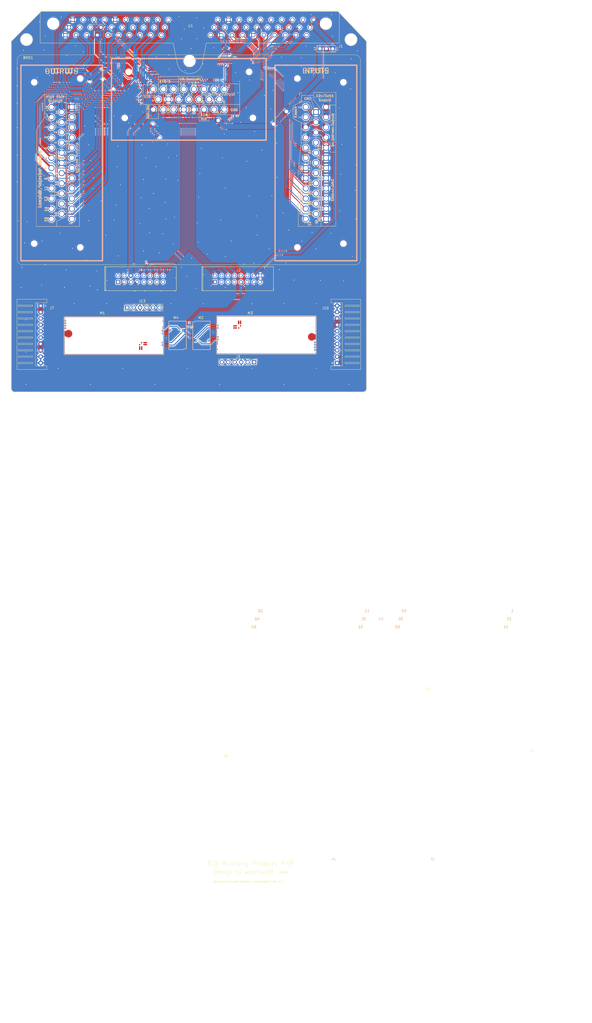
<source format=kicad_pcb>
(kicad_pcb (version 20211014) (generator pcbnew)
  (title_block (title "134pin 7-967288-1 Breakout board") (date "2020-06-02") (rev "R0.1"))
  (layers (0 "F.Cu" signal) (31 "B.Cu" signal) (34 "B.Paste" user) (35 "F.Paste" user) (36 "B.SilkS" user "B.Silkscreen") (37 "F.SilkS" user "F.Silkscreen") (38 "B.Mask" user) (39 "F.Mask" user) (44 "Edge.Cuts" user))
  (net 0 "")
  (net 1 "GND")
  (net 2 "/ETB1-")
  (net 3 "/ETB1+")
  (net 4 "/IGN10")
  (net 5 "/IGN9")
  (net 6 "/5V_SENSE_2")
  (net 7 "/12V_MR")
  (net 8 "/CAN-")
  (net 9 "/CAN+")
  (net 10 "/AT4")
  (net 11 "/AT3")
  (net 12 "/VR2-")
  (net 13 "/VR2+")
  (net 14 "/DIGITAL_5")
  (net 15 "/AV11")
  (net 16 "/CAN2+")
  (net 17 "/CAN2-")
  (net 18 "/ETB2+")
  (net 19 "/VR1-")
  (net 20 "/DIGITAL_6")
  (net 21 "/DIGITAL_1")
  (net 22 "/ETB2-")
  (net 23 "/VR1+")
  (net 24 "/DIGITAL_4")
  (net 25 "/DIGITAL_3")
  (net 26 "/DIGITAL_2")
  (net 27 "/IGN12")
  (net 28 "/IGN11")
  (net 29 "/KNOCK_2")
  (net 30 "/KNOCK_1")
  (net 31 "/5V_SENSE_1")
  (net 32 "/AT2")
  (net 33 "/AV8")
  (net 34 "/AV6")
  (net 35 "/AV4")
  (net 36 "/AV2")
  (net 37 "/AT1")
  (net 38 "/AV9")
  (net 39 "/AV7")
  (net 40 "/AV5")
  (net 41 "/AV3")
  (net 42 "/AV1")
  (net 43 "/IGN1")
  (net 44 "/IGN2")
  (net 45 "/IGN4")
  (net 46 "/IGN5")
  (net 47 "/IGN6")
  (net 48 "/IGN7")
  (net 49 "/IGN8")
  (net 50 "/LS16")
  (net 51 "/IGN3")
  (net 52 "/LS12")
  (net 53 "/LS10")
  (net 54 "/LS8")
  (net 55 "/LS4")
  (net 56 "/LS2")
  (net 57 "/HS4")
  (net 58 "/HS3")
  (net 59 "/LS15")
  (net 60 "/LS14")
  (net 61 "/LS13")
  (net 62 "/LS11")
  (net 63 "/LS9")
  (net 64 "/LS7")
  (net 65 "/LS6")
  (net 66 "/LS5")
  (net 67 "/LS3")
  (net 68 "/LS1")
  (net 69 "/HS1")
  (net 70 "/HS2")
  (net 71 "/MR_INPUT")
  (net 72 "/12V")
  (net 83 "Net-(J3-Pad1)")
  (net 84 "Net-(J3-Pad2)")
  (net 85 "Net-(J3-Pad4)")
  (net 86 "Net-(J3-Pad5)")
  (net 88 "Net-(J7-Pad3)")
  (net 89 "Net-(J7-Pad4)")
  (net 90 "Net-(J7-Pad5)")
  (net 91 "Net-(J7-Pad6)")
  (net 92 "Net-(J7-Pad7)")
  (net 93 "Net-(J10-Pad3)")
  (net 94 "Net-(J10-Pad4)")
  (net 95 "Net-(J10-Pad5)")
  (net 96 "Net-(J10-Pad6)")
  (net 97 "Net-(J10-Pad7)")
  (net 98 "Net-(J13-Pad1)")
  (net 99 "Net-(J13-Pad2)")
  (net 100 "Net-(J13-Pad4)")
  (net 101 "Net-(J13-Pad5)")
  (net 104 "Net-(M1-PadJ2)")
  (net 108 "+5VA")
  (net 109 "Net-(M1-PadW2)")
  (net 110 "Net-(M1-PadW3)")
  (net 111 "Net-(M1-PadW4)")
  (net 112 "Net-(M2-PadV2)")
  (net 113 "Net-(M2-PadV5)")
  (net 114 "Net-(M2-PadV6)")
  (net 115 "Net-(M3-PadJ1)")
  (footprint "FORD60PIN:FORD60PIN" (layer "F.Cu") (at 41.2768 -160.2588)
    (fp_text reference "U1")
    (fp_text value "FORD60PIN")
  )
  (footprint "51033083:5103308-3" (layer "F.Cu") (at 100.145 -63.22064)
    (fp_text reference "J2")
    (fp_text value "5103308-3" hide)
  )
  (footprint "51033083:5103308-3" (layer "F.Cu") (at 61.93841 -63.22064)
    (fp_text reference "J4")
    (fp_text value "5103308-3" hide)
  )
  (footprint "5-146280-3:5-146280-3" (layer "F.Cu") (at 146.4412 -154.90194 180)
    (fp_text reference "J1")
    (fp_text value "5-146280-3" hide)
  )
  (footprint "Connector_Molex:proteus" (layer "F.Cu") (at 22.319 -70.049)
    (fp_text reference "BRD1")
    (fp_text value "proteus")
  )
  (footprint "hellen-one-wbo-0.3:wbo" (layer "F.Cu") (at 100.632 -34.833)
    (fp_text reference "M3")
    (fp_text value "Module-wbo-0.3" hide)
  )
  (footprint "Connector_PinHeader_2.54mm:PinHeader_1x06_P2.54mm_Vertical" (layer "F.Cu") (at 65.593 -53.147 90)
    (fp_text reference "J13")
    (fp_text value "Conn_01x06")
  )
  (footprint "hellen-one-can-0.1:can" (layer "F.Cu") (at 91.257663 -47.910498 -90)
    (fp_text reference "M2")
    (fp_text value "Module-can-0.1" hide)
  )
  (footprint "hellen-one-wbo-0.3:wbo" (layer "F.Cu") (at 80.042 -49.683 180)
    (fp_text reference "M1")
    (fp_text value "Module-wbo-0.3" hide)
  )
  (footprint "Connector_JST:JST_XH_S10B-XH-A_1x10_P2.50mm_Horizontal" (layer "F.Cu") (at 31.557 -53.864 -90)
    (fp_text reference "J7")
    (fp_text value "XH-10AW")
  )
  (footprint "hellen-one-can-0.1:can" (layer "F.Cu") (at 88.950337 -36.535501 90)
    (fp_text reference "M4")
    (fp_text value "Module-can-0.1" hide)
  )
  (footprint "Connector_PinHeader_2.54mm:PinHeader_1x06_P2.54mm_Vertical" (layer "F.Cu") (at 115.504 -31.684 -90)
    (fp_text reference "J3")
    (fp_text value "Conn_01x06")
  )
  (footprint "Connector_JST:JST_XH_S10B-XH-A_1x10_P2.50mm_Horizontal" (layer "F.Cu") (at 148.143 -31.364 90)
    (fp_text reference "J10")
    (fp_text value "XH-10AW")
  )
  (gr_line (start 20 -21.27) (end 20 -157.844) (layer "Edge.Cuts") (width 0.2))
  (gr_line (start 148.5211 -169.606) (end 31.7531 -169.606) (layer "Edge.Cuts") (width 0.2))
  (gr_line (start 31.7531 -169.606) (end 20 -157.844) (layer "Edge.Cuts") (width 0.2))
  (gr_line (start 159.7 -21.27) (end 159.7 -157.844) (layer "Edge.Cuts") (width 0.2))
  (gr_arc (start 159.7 -21.27) (mid 159.328026 -20.371974) (end 158.43 -20) (layer "Edge.Cuts") (width 0.2))
  (gr_circle (center 25.969 -158.4935) (end 28.35025 -158.4935) (layer "Edge.Cuts") (width 0.2) (fill none))
  (gr_line (start 148.5211 -169.606) (end 159.7 -157.844) (layer "Edge.Cuts") (width 0.2))
  (gr_arc (start 21.27 -20) (mid 20.371974 -20.371974) (end 20 -21.27) (layer "Edge.Cuts") (width 0.2))
  (gr_line (start 158.43 -20) (end 21.27 -20) (layer "Edge.Cuts") (width 0.2))
  (gr_circle (center 153.6115 -158.4935) (end 155.99275 -158.4935) (layer "Edge.Cuts") (width 0.2) (fill none))
  (gr_text "20" (at 117.9703 66.0654) (layer "B.SilkS") (effects (font (size 1.016 1.016) (thickness 0.13)) (justify mirror)))
  (gr_text "60" (at 115.4303 72.4154) (layer "B.SilkS") (effects (font (size 1.016 1.016) (thickness 0.13)) (justify mirror)))
  (gr_text "40" (at 116.7003 69.2404) (layer "B.SilkS") (effects (font (size 1.016 1.016) (thickness 0.13)) (justify mirror)))
  (gr_text "51" (at 157.3403 72.4154) (layer "B.SilkS") (effects (font (size 1.016 1.016) (thickness 0.13)) (justify mirror)))
  (gr_text "41" (at 214.4903 72.4154) (layer "B.SilkS") (effects (font (size 1.016 1.016) (thickness 0.13)) (justify mirror)))
  (gr_text "31" (at 158.6103 69.2404) (layer "B.SilkS") (effects (font (size 1.016 1.016) (thickness 0.13)) (justify mirror)))
  (gr_text "50" (at 171.9453 72.4154) (layer "B.SilkS") (effects (font (size 1.016 1.016) (thickness 0.13)) (justify mirror)))
  (gr_text "30" (at 173.2153 69.2404) (layer "B.SilkS") (effects (font (size 1.016 1.016) (thickness 0.13)) (justify mirror)))
  (gr_text "10" (at 174.4853 66.0654) (layer "B.SilkS") (effects (font (size 1.016 1.016) (thickness 0.13)) (justify mirror)))
  (gr_text "21" (at 215.7603 69.2404) (layer "B.SilkS") (effects (font (size 1.016 1.016) (thickness 0.13)) (justify mirror)))
  (gr_text "1" (at 217.0303 66.0654) (layer "B.SilkS") (effects (font (size 1.016 1.016) (thickness 0.13)) (justify mirror)))
  (gr_text "11" (at 159.8803 66.0654) (layer "B.SilkS") (effects (font (size 1.016 1.016) (thickness 0.13)) (justify mirror)))
  (gr_text "J4" (at 146.88312 163.65728) (layer "B.SilkS") (effects (font (size 1.016 1.016) (thickness 0.13)) (justify mirror)))
  (gr_text "U1" (at 165.3921 69.1642) (layer "B.SilkS") (effects (font (size 1.016 1.016) (thickness 0.13)) (justify mirror)))
  (gr_text "J2" (at 185.88482 163.5887) (layer "B.SilkS") (effects (font (size 1.016 1.016) (thickness 0.13)) (justify mirror)))
  (gr_text "21" (at 215.7603 69.2404) (layer "F.SilkS") (effects (font (size 1.016 1.016) (thickness 0.13))))
  (gr_text "J3" (at 183.85028 96.82226) (layer "F.SilkS") (effects (font (size 1.016 1.016) (thickness 0.13))))
  (gr_text "J5" (at 224.663 121.0437) (layer "F.SilkS") (effects (font (size 1.016 1.016) (thickness 0.13))))
  (gr_text "60" (at 115.4303 72.4154) (layer "F.SilkS") (effects (font (size 1.016 1.016) (thickness 0.13))))
  (gr_text "J6" (at 104.267 123.063) (layer "F.SilkS") (effects (font (size 1.016 1.016) (thickness 0.13))))
  (gr_text "10" (at 174.4853 66.0654) (layer "F.SilkS") (effects (font (size 1.016 1.016) (thickness 0.13))))
  (gr_text "V0.2re" (at 127.23876 168.8719) (layer "F.SilkS") (effects (font (size 0.75 0.75) (thickness 0.13))))
  (gr_text "20" (at 214.4903 72.4154) (layer "F.SilkS") (effects (font (size 1.016 1.016) (thickness 0.13))))
  (gr_text "5.0 Mustang Proteus PnP" (at 114.09934 165.3794) (layer "F.SilkS") (effects (font (size 1.75 1.75) (thickness 0.13))))
  (gr_text "1" (at 217.0303 66.0654) (layer "F.SilkS") (effects (font (size 1.016 1.016) (thickness 0.13))))
  (gr_text "51" (at 157.3403 72.4154) (layer "F.SilkS") (effects (font (size 1.016 1.016) (thickness 0.13))))
  (gr_text "Design by wstefan20" (at 111.32058 168.78554) (layer "F.SilkS") (effects (font (size 1.5 1.5) (thickness 0.13))))
  (gr_text "50" (at 171.9453 72.4154) (layer "F.SilkS") (effects (font (size 1.016 1.016) (thickness 0.13))))
  (gr_text "github.com/rusefi/proteus-mustang5.0-60-pin" (at 113.11636 172.47362) (layer "F.SilkS") (effects (font (size 0.75 0.75) (thickness 0.13))))
  (gr_text "20" (at 117.9703 66.0654) (layer "F.SilkS") (effects (font (size 1.016 1.016) (thickness 0.13))))
  (gr_text "31" (at 158.6103 69.2404) (layer "F.SilkS") (effects (font (size 1.016 1.016) (thickness 0.13))))
  (gr_text "40" (at 116.7003 69.2404) (layer "F.SilkS") (effects (font (size 1.016 1.016) (thickness 0.13))))
  (gr_text "11" (at 159.8803 66.0654) (layer "F.SilkS") (effects (font (size 1.016 1.016) (thickness 0.13))))
  (gr_text "30" (at 173.2153 69.2404) (layer "F.SilkS") (effects (font (size 1.016 1.016) (thickness 0.13))))
  (segment (start 143.822477 -107.98052) (end 143.832 -107.970997) (width 0.3048) (layer "F.Cu") (net 1))
  (segment (start 141.800995 -107.98052) (end 143.822477 -107.98052) (width 0.3048) (layer "F.Cu") (net 1))
  (segment (start 141.310619 -108.470896) (end 141.800995 -107.98052) (width 0.3048) (layer "F.Cu") (net 1))
  (via (at 60.45458 -128.56976) (size 0.6) (drill 0.3) (layers "F.Cu" "B.Cu") (net 1))
  (via (at 124.33812 -117.79254) (size 0.6) (drill 0.3) (layers "F.Cu" "B.Cu") (net 1))
  (via (at 138.83644 -144.60986) (size 0.6) (drill 0.3) (layers "F.Cu" "B.Cu") (net 1))
  (via (at 149.2098 -91.21398) (size 0.6) (drill 0.3) (layers "F.Cu" "B.Cu") (net 1))
  (via (at 45.4381 -110.22334) (size 0.6) (drill 0.3) (layers "F.Cu" "B.Cu") (net 1))
  (via (at 122.97414 -138.57482) (size 0.6) (drill 0.3) (layers "F.Cu" "B.Cu") (net 1))
  (via (at 54.71418 -166.24812) (size 0.6) (drill 0.3) (layers "F.Cu" "B.Cu") (net 1))
  (via (at 79.53252 -82.18428) (size 0.6) (drill 0.3) (layers "F.Cu" "B.Cu") (net 1))
  (via (at 85.15354 -112.8497) (size 0.6) (drill 0.3) (layers "F.Cu" "B.Cu") (net 1))
  (via (at 25.32638 -78.58002) (size 0.6) (drill 0.3) (layers "F.Cu" "B.Cu") (net 1))
  (via (at 108.1634 -145.52426) (size 0.6) (drill 0.3) (layers "F.Cu" "B.Cu") (net 1))
  (via (at 54.5186 -145.4379) (size 0.6) (drill 0.3) (layers "F.Cu" "B.Cu") (net 1))
  (via (at 82.1411 -146.8222) (size 0.6) (drill 0.3) (layers "F.Cu" "B.Cu") (net 1))
  (via (at 80.5536 -94.45248) (size 0.6) (drill 0.3) (layers "F.Cu" "B.Cu") (net 1))
  (via (at 38.415 -29.271) (size 0.6) (drill 0.3) (layers "F.Cu" "B.Cu") (net 1))
  (via (at 22.286 -102.64398) (size 0.6) (drill 0.3) (layers "F.Cu" "B.Cu") (net 1))
  (via (at 110.19794 -125.9688) (size 0.6) (drill 0.3) (layers "F.Cu" "B.Cu") (net 1))
  (via (at 78.16854 -74.68874) (size 0.6) (drill 0.3) (layers "F.Cu" "B.Cu") (net 1))
  (via (at 31.14806 -165.47088) (size 0.6) (drill 0.3) (layers "F.Cu" "B.Cu") (net 1))
  (via (at 77.658 -124.521) (size 0.6) (drill 0.3) (layers "F.Cu" "B.Cu") (net 1))
  (via (at 101.915 -22.921) (size 0.6) (drill 0.3) (layers "F.Cu" "B.Cu") (net 1))
  (via (at 84.3255 -59.67226) (size 0.6) (drill 0.3) (layers "F.Cu" "B.Cu") (net 1))
  (via (at 126.26852 -151.6355) (size 0.6) (drill 0.3) (layers "F.Cu" "B.Cu") (net 1))
  (via (at 106.4489 -79.28868) (size 0.6) (drill 0.3) (layers "F.Cu" "B.Cu") (net 1))
  (via (at 44.11476 -76.4261) (size 0.6) (drill 0.3) (layers "F.Cu" "B.Cu") (net 1))
  (via (at 153.46684 -139.14886) (size 0.6) (drill 0.3) (layers "F.Cu" "B.Cu") (net 1))
  (via (at 150.0607 -117.27946) (size 0.6) (drill 0.3) (layers "F.Cu" "B.Cu") (net 1))
  (via (at 128.13796 -148.54686) (size 0.6) (drill 0.3) (layers "F.Cu" "B.Cu") (net 1))
  (via (at 90.69328 -154.92988) (size 0.6) (drill 0.3) (layers "F.Cu" "B.Cu") (net 1))
  (via (at 75.95366 -98.0288) (size 0.6) (drill 0.3) (layers "F.Cu" "B.Cu") (net 1))
  (via (at 153.66242 -150.95732) (size 0.6) (drill 0.3) (layers "F.Cu" "B.Cu") (net 1))
  (via (at 78.93816 -59.67226) (size 0.6) (drill 0.3) (layers "F.Cu" "B.Cu") (net 1))
  (via (at 103.72348 -121.36886) (size 0.6) (drill 0.3) (layers "F.Cu" "B.Cu") (net 1))
  (via (at 115.64878 -122.38994) (size 0.6) (drill 0.3) (layers "F.Cu" "B.Cu") (net 1))
  (via (at 51.2293 -110.90406) (size 0.6) (drill 0.3) (layers "F.Cu" "B.Cu") (net 1))
  (via (at 89.215 -29.271) (size 0.6) (drill 0.3) (layers "F.Cu" "B.Cu") (net 1))
  (via (at 26.223 -86.929) (size 0.6) (drill 0.3) (layers "F.Cu" "B.Cu") (net 1))
  (via (at 109.06002 -137.64772) (size 0.6) (drill 0.3) (layers "F.Cu" "B.Cu") (net 1))
  (via (at 31.80592 -98.1812) (size 0.6) (drill 0.3) (layers "F.Cu" "B.Cu") (net 1))
  (via (at 75.67426 -165.28038) (size 0.6) (drill 0.3) (layers "F.Cu" "B.Cu") (net 1))
  (via (at 75.44312 -118.30308) (size 0.6) (drill 0.3) (layers "F.Cu" "B.Cu") (net 1))
  (via (at 116.01708 -165.55978) (size 0.6) (drill 0.3) (layers "F.Cu" "B.Cu") (net 1))
  (via (at 32.76096 -154.40918) (size 0.6) (drill 0.3) (layers "F.Cu" "B.Cu") (net 1))
  (via (at 145.92304 -168.32584) (size 0.6) (drill 0.3) (layers "F.Cu" "B.Cu") (net 1))
  (via (at 86.96456 -68.83912) (size 0.6) (drill 0.3) (layers "F.Cu" "B.Cu") (net 1))
  (via (at 156.13892 -154.01802) (size 0.6) (drill 0.3) (layers "F.Cu" "B.Cu") (net 1))
  (via (at 104.75472 -144.96038) (size 0.6) (drill 0.3) (layers "F.Cu" "B.Cu") (net 1))
  (via (at 103.89874 -136.54536) (size 0.6) (drill 0.3) (layers "F.Cu" "B.Cu") (net 1))
  (via (at 114.615 -29.271) (size 0.6) (drill 0.3) (layers "F.Cu" "B.Cu") (net 1))
  (via (at 97.88148 -137.34292) (size 0.6) (drill 0.3) (layers "F.Cu" "B.Cu") (net 1))
  (via (at 34.97838 -144.36856) (size 0.6) (drill 0.3) (layers "F.Cu" "B.Cu") (net 1))
  (via (at 111.55938 -70.25898) (size 0.6) (drill 0.3) (layers "F.Cu" "B.Cu") (net 1))
  (via (at 61.15054 -93.48982) (size 0.6) (drill 0.3) (layers "F.Cu" "B.Cu") (net 1))
  (via (at 134.07648 -151.33324) (size 0.6) (drill 0.3) (layers "F.Cu" "B.Cu") (net 1))
  (via (at 127.91444 -70.77206) (size 0.6) (drill 0.3) (layers "F.Cu" "B.Cu") (net 1))
  (via (at 119.56546 -136.53012) (size 0.6) (drill 0.3) (layers "F.Cu" "B.Cu") (net 1))
  (via (at 70.673 -86.1035) (size 0.6) (drill 0.3) (layers "F.Cu" "B.Cu") (net 1))
  (via (at 114.615 -54.671) (size 0.6) (drill 0.3) (layers "F.Cu" "B.Cu") (net 1))
  (via (at 92.8218 -60.74922) (size 0.6) (drill 0.3) (layers "F.Cu" "B.Cu") (net 1))
  (via (at 94.69378 -115.74784) (size 0.6) (drill 0.3) (layers "F.Cu" "B.Cu") (net 1))
  (via (at 74.24932 -92.06742) (size 0.6) (drill 0.3) (layers "F.Cu" "B.Cu") (net 1))
  (via (at 147.3175 -145.38202) (size 0.6) (drill 0.3) (layers "F.Cu" "B.Cu") (net 1))
  (via (at 72.03444 -75.372) (size 0.6) (drill 0.3) (layers "F.Cu" "B.Cu") (net 1))
  (via (at 72.03444 -103.47964) (size 0.6) (drill 0.3) (layers "F.Cu" "B.Cu") (net 1))
  (via (at 126.89336 -90.36308) (size 0.6) (drill 0.3) (layers "F.Cu" "B.Cu") (net 1))
  (via (at 104.1883 -61.10736) (size 0.6) (drill 0.3) (layers "F.Cu" "B.Cu") (net 1))
  (via (at 103.04276 -111.9988) (size 0.6) (drill 0.3) (layers "F.Cu" "B.Cu") (net 1))
  (via (at 67.20082 -165.4023) (size 0.6) (drill 0.3) (layers "F.Cu" "B.Cu") (net 1))
  (via (at 48.95092 -124.50322) (size 0.6) (drill 0.3) (layers "F.Cu" "B.Cu") (net 1))
  (via (at 33.34516 -70.08372) (size 0.6) (drill 0.3) (layers "F.Cu" "B.Cu") (net 1))
  (via (at 45.3111 -156.10336) (size 0.6) (drill 0.3) (layers "F.Cu" "B.Cu") (net 1))
  (via (at 116.3295 -89.16928) (size 0.6) (drill 0.3) (layers "F.Cu" "B.Cu") (net 1))
  (via (at 49.49956 -71.6382) (size 0.6) (drill 0.3) (layers "F.Cu" "B.Cu") (net 1))
  (via (at 127.315 -54.671) (size 0.6) (drill 0.3) (layers "F.Cu" "B.Cu") (net 1))
  (via (at 62.11828 -73.47716) (size 0.6) (drill 0.3) (layers "F.Cu" "B.Cu") (net 1))
  (via (at 123.09606 -60.51046) (size 0.6) (drill 0.3) (layers "F.Cu" "B.Cu") (net 1))
  (via (at 57.20084 -81.57976) (size 0.6) (drill 0.3) (layers "F.Cu" "B.Cu") (net 1))
  (via (at 154.1501 -73.3273) (size 0.6) (drill 0.3) (layers "F.Cu" "B.Cu") (net 1))
  (via (at 155.51408 -87.97802) (size 0.6) (drill 0.3) (layers "F.Cu" "B.Cu") (net 1))
  (via (at 22.286 -123.88854) (size 0.6) (drill 0.3) (layers "F.Cu" "B.Cu") (net 1))
  (via (at 146.33706 -159.84732) (size 0.6) (drill 0.3) (layers "F.Cu" "B.Cu") (net 1))
  (via (at 74.4195 -82.52718) (size 0.6) (drill 0.3) (layers "F.Cu" "B.Cu") (net 1))
  (via (at 52.3469 -104.09432) (size 0.6) (drill 0.3) (layers "F.Cu" "B.Cu") (net 1))
  (via (at 134.03838 -148.04648) (size 0.6) (drill 0.3) (layers "F.Cu" "B.Cu") (net 1))
  (via (at 134.21872 -79.28868) (size 0.6) (drill 0.3) (layers "F.Cu" "B.Cu") (net 1))
  (via (at 50.4546 -117.14738) (size 0.6) (drill 0.3) (layers "F.Cu" "B.Cu") (net 1))
  (via (at 83.61938 -78.09742) (size 0.6) (drill 0.3) (layers "F.Cu" "B.Cu") (net 1))
  (via (at 66.031742 -139.111881) (size 0.6) (drill 0.3) (layers "F.Cu" "B.Cu") (net 1))
  (via (at 82.865 -54.671) (size 0.6) (drill 0.3) (layers "F.Cu" "B.Cu") (net 1))
  (via (at 85.4939 -103.13928) (size 0.6) (drill 0.3) (layers "F.Cu" "B.Cu") (net 1))
  (via (at 92.90308 -158.85164) (size 0.6) (drill 0.3) (layers "F.Cu" "B.Cu") (net 1))
  (via (at 55.40252 -95.0824) (size 0.6) (drill 0.3) (layers "F.Cu" "B.Cu") (net 1))
  (via (at 30.1346 -143.61164) (size 0.6) (drill 0.3) (layers "F.Cu" "B.Cu") (net 1))
  (via (at 115.4786 -70.60188) (size 0.6) (drill 0.3) (layers "F.Cu" "B.Cu") (net 1))
  (via (at 25.715 -22.921) (size 0.6) (drill 0.3) (layers "F.Cu" "B.Cu") (net 1))
  (via (at 81.7474 -112.16898) (size 0.6) (drill 0.3) (layers "F.Cu" "B.Cu") (net 1))
  (via (at 50.43174 -166.2659) (size 0.6) (drill 0.3) (layers "F.Cu" "B.Cu") (net 1))
  (via (at 44.765 -54.671) (size 0.6) (drill 0.3) (layers "F.Cu" "B.Cu") (net 1))
  (via (at 58.608 -126.807) (size 0.6) (drill 0.3) (layers "F.Cu" "B.Cu") (net 1))
  (via (at 86.91884 -158.76782) (size 0.6) (drill 0.3) (layers "F.Cu" "B.Cu") (net 1))
  (via (at 22.286 -112.99956) (size 0.6) (drill 0.3) (layers "F.Cu" "B.Cu") (net 1))
  (via (at 31.91006 -61.94556) (size 0.6) (drill 0.3) (layers "F.Cu" "B.Cu") (net 1))
  (via (at 23.89128 -61.10736) (size 0.6) (drill 0.3) (layers "F.Cu" "B.Cu") (net 1))
  (via (at 66.19498 -125.74782) (size 0.6) (drill 0.3) (layers "F.Cu" "B.Cu") (net 1))
  (via (at 111.7575 -165.67662) (size 0.6) (drill 0.3) (layers "F.Cu" "B.Cu") (net 1))
  (via (at 87.99834 -162.59052) (size 0.6) (drill 0.3) (layers "F.Cu" "B.Cu") (net 1))
  (via (at 40.88388 -61.10736) (size 0.6) (drill 0.3) (layers "F.Cu" "B.Cu") (net 1))
  (via (at 140.015 -29.271) (size 0.6) (drill 0.3) (layers "F.Cu" "B.Cu") (net 1))
  (via (at 71.6509 -130.0074) (size 0.6) (drill 0.3) (layers "F.Cu" "B.Cu") (net 1))
  (via (at 71.4985 -165.28038) (size 0.6) (drill 0.3) (layers "F.Cu" "B.Cu") (net 1))
  (via (at 52.10306 -99.91094) (size 0.6) (drill 0.3) (layers "F.Cu" "B.Cu") (net 1))
  (via (at 137.9449 -168.32584) (size 0.6) (drill 0.3) (layers "F.Cu" "B.Cu") (net 1))
  (via (at 95.565 -54.671) (size 0.6) (drill 0.3) (layers "F.Cu" "B.Cu") (net 1))
  (via (at 80.72378 -103.65236) (size 0.6) (drill 0.3) (layers "F.Cu" "B.Cu") (net 1))
  (via (at 103.31708 -165.48104) (size 0.6) (drill 0.3) (layers "F.Cu" "B.Cu") (net 1))
  (via (at 127.315 -22.921) (size 0.6) (drill 0.3) (layers "F.Cu" "B.Cu") (net 1))
  (via (at 25.715 -35.621) (size 0.6) (drill 0.3) (layers "F.Cu" "B.Cu") (net 1))
  (via (at 51.91002 -107.44966) (size 0.6) (drill 0.3) (layers "F.Cu" "B.Cu") (net 1))
  (via (at 92.90308 -167.09648) (size 0.6) (drill 0.3) (layers "F.Cu" "B.Cu") (net 1))
  (via (at 76.515 -22.921) (size 0.6) (drill 0.3) (layers "F.Cu" "B.Cu") (net 1))
  (via (at 104.23402 -100.0735) (size 0.6) (drill 0.3) (layers "F.Cu" "B.Cu") (net 1))
  (via (at 32.53744 -101.3435) (size 0.6) (drill 0.3) (layers "F.Cu" "B.Cu") (net 1))
  (via (at 112.583 -110.63482) (size 0.6) (drill 0.3) (layers "F.Cu" "B.Cu") (net 1))
  (via (at 93.6727 -96.49718) (size 0.6) (drill 0.3) (layers "F.Cu" "B.Cu") (net 1))
  (via (at 62.85488 -101.44002) (size 0.6) (drill 0.3) (layers "F.Cu" "B.Cu") (net 1))
  (via (at 113.60408 -97.00772) (size 0.6) (drill 0.3) (layers "F.Cu" "B.Cu") (net 1))
  (via (at 93.49998 -78.94832) (size 0.6) (drill 0.3) (layers "F.Cu" "B.Cu") (net 1))
  (via (at 107.77224 -165.4404) (size 0.6) (drill 0.3) (layers "F.Cu" "B.Cu") (net 1))
  (via (at 149.03962 -131.58982) (size 0.6) (drill 0.3) (layers "F.Cu" "B.Cu") (net 1))
  (via (at 77.0738 -151.80822) (size 0.6) (drill 0.3) (layers "F.Cu" "B.Cu") (net 1))
  (via (at 30.93216 -95.06716) (size 0.6) (drill 0.3) (layers "F.Cu" "B.Cu") (net 1))
  (via (at 84.68364 -64.69892) (size 0.6) (drill 0.3) (layers "F.Cu" "B.Cu") (net 1))
  (via (at 32.02944 -79.29884) (size 0.6) (drill 0.3) (layers "F.Cu" "B.Cu") (net 1))
  (via (at 104.352697 -156.391632) (size 0.6) (drill 0.3) (layers "F.Cu" "B.Cu") (net 1))
  (via (at 22.286 -147.127) (size 0.6) (drill 0.3) (layers "F.Cu" "B.Cu") (net 1))
  (via (at 63.815 -29.271) (size 0.6) (drill 0.3) (layers "F.Cu" "B.Cu") (net 1))
  (via (at 68.612598 -59.581428) (size 0.6) (drill 0.3) (layers "F.Cu" "B.Cu") (net 1))
  (via (at 51.115 -22.921) (size 0.6) (drill 0.3) (layers "F.Cu" "B.Cu") (net 1))
  (via (at 135.94846 -155.94334) (size 0.6) (drill 0.3) (layers "F.Cu" "B.Cu") (net 1))
  (via (at 76.80456 -108.59266) (size 0.6) (drill 0.3) (layers "F.Cu" "B.Cu") (net 1))
  (via (at 71.35372 -117.10928) (size 0.6) (drill 0.3) (layers "F.Cu" "B.Cu") (net 1))
  (via (at 139.42572 -135.82908) (size 0.6) (drill 0.3) (layers "F.Cu" "B.Cu") (net 1))
  (via (at 99.248 -43.495) (size 0.6) (drill 0.3) (layers "F.Cu" "B.Cu") (net 1))
  (via (at 124.41686 -165.71726) (size 0.6) (drill 0.3) (layers "F.Cu" "B.Cu") (net 1))
  (via (at 86.04254 -167.6502) (size 0.6) (drill 0.3) (layers "F.Cu" "B.Cu") (net 1))
  (via (at 72.88788 -111.9988) (size 0.6) (drill 0.3) (layers "F.Cu" "B.Cu") (net 1))
  (via (at 48.3464 -153.71068) (size 0.6) (drill 0.3) (layers "F.Cu" "B.Cu") (net 1))
  (via (at 81.97854 -152.41782) (size 0.6) (drill 0.3) (layers "F.Cu" "B.Cu") (net 1))
  (via (at 116.66986 -81.67374) (size 0.6) (drill 0.3) (layers "F.Cu" "B.Cu") (net 1))
  (via (at 60.45712 -87.53606) (size 0.6) (drill 0.3) (layers "F.Cu" "B.Cu") (net 1))
  (via (at 22.81432 -87.31508) (size 0.6) (drill 0.3) (layers "F.Cu" "B.Cu") (net 1))
  (via (at 118.54692 -115.06458) (size 0.6) (drill 0.3) (layers "F.Cu" "B.Cu") (net 1))
  (via (at 45.53716 -114.11462) (size 0.6) (drill 0.3) (layers "F.Cu" "B.Cu") (net 1))
  (via (at 99.57058 -155.255) (size 0.6) (drill 0.3) (layers "F.Cu" "B.Cu") (net 1))
  (via (at 120.31476 -165.48104) (size 0.6) (drill 0.3) (layers "F.Cu" "B.Cu") (net 1))
  (via (at 22.286 -140.41632) (size 0.6) (drill 0.3) (layers "F.Cu" "B.Cu") (net 1))
  (via (at 112.41028 -131.76) (size 0.6) (drill 0.3) (layers "F.Cu" "B.Cu") (net 1))
  (via (at 141.54408 -63.78706) (size 0.6) (drill 0.3) (layers "F.Cu" "B.Cu") (net 1))
  (via (at 57.465 -54.671) (size 0.6) (drill 0.3) (layers "F.Cu" "B.Cu") (net 1))
  (via (at 98.56474 -61.82618) (size 0.6) (drill 0.3) (layers "F.Cu" "B.Cu") (net 1))
  (via (at 24.13004 -69.00676) (size 0.6) (drill 0.3) (layers "F.Cu" "B.Cu") (net 1))
  (via (at 110.424 -60.894) (size 0.6) (drill 0.3) (layers "F.Cu" "B.Cu") (net 1))
  (via (at 125.3719 -68.04918) (size 0.6) (drill 0.3) (layers "F.Cu" "B.Cu") (net 1))
  (via (at 150.74396 -63.61688) (size 0.6) (drill 0.3) (layers "F.Cu" "B.Cu") (net 1))
  (via (at 39.65452 -167.29714) (size 0.6) (drill 0.3) (layers "F.Cu" "B.Cu") (net 1))
  (via (at 97.24902 -74.1782) (size 0.6) (drill 0.3) (layers "F.Cu" "B.Cu") (net 1))
  (via (at 53.8511 -60.132) (size 0.6) (drill 0.3) (layers "F.Cu" "B.Cu") (net 1))
  (via (at 141.310619 -108.470896) (size 0.78994) (drill 0.43434) (layers "F.Cu" "B.Cu") (net 1))
  (via (at 113.6498 -142.63374) (size 0.6) (drill 0.3) (layers "F.Cu" "B.Cu") (net 1))
  (via (at 61.9227 -116.56572) (size 0.6) (drill 0.3) (layers "F.Cu" "B.Cu") (net 1))
  (via (at 152.715 -22.921) (size 0.6) (drill 0.3) (layers "F.Cu" "B.Cu") (net 1))
  (via (at 145.80366 -82.357) (size 0.6) (drill 0.3) (layers "F.Cu" "B.Cu") (net 1))
  (via (at 104.23402 -73.15712) (size 0.6) (drill 0.3) (layers "F.Cu" "B.Cu") (net 1))
  (via (at 102.0039 -132.62106) (size 0.6) (drill 0.3) (layers "F.Cu" "B.Cu") (net 1))
  (via (at 33.31214 -159.99718) (size 0.6) (drill 0.3) (layers "F.Cu" "B.Cu") (net 1))
  (via (at 109.75852 -142.0343) (size 0.6) (drill 0.3) (layers "F.Cu" "B.Cu") (net 1))
  (via (at 155.3439 -99.2226) (size 0.6) (drill 0.3) (layers "F.Cu" "B.Cu") (net 1))
  (via (at 80.96 -41.209) (size 0.6) (drill 0.3) (layers "F.Cu" "B.Cu") (net 1))
  (via (at 84.13246 -88.65874) (size 0.6) (drill 0.3) (layers "F.Cu" "B.Cu") (net 1))
  (via (at 48.87218 -148.28016) (size 0.6) (drill 0.3) (layers "F.Cu" "B.Cu") (net 1))
  (via (at 51.05658 -61.58742) (size 0.6) (drill 0.3) (layers "F.Cu" "B.Cu") (net 1))
  (via (at 140.015 -54.671) (size 0.6) (drill 0.3) (layers "F.Cu" "B.Cu") (net 1))
  (via (at 44.49576 -148.45542) (size 0.6) (drill 0.3) (layers "F.Cu" "B.Cu") (net 1))
  (via (at 122.108 -131.125) (size 0.6) (drill 0.3) (layers "F.Cu" "B.Cu") (net 1))
  (via (at 57.719 -63.815) (size 0.6) (drill 0.3) (layers "F.Cu" "B.Cu") (net 1))
  (via (at 61.58996 -108.50376) (size 0.6) (drill 0.3) (layers "F.Cu" "B.Cu") (net 1))
  (via (at 94.18324 -105.8647) (size 0.6) (drill 0.3) (layers "F.Cu" "B.Cu") (net 1))
  (via (at 129.10824 -83.54826) (size 0.6) (drill 0.3) (layers "F.Cu" "B.Cu") (net 1))
  (via (at 90.9168 -72.61356) (size 0.6) (drill 0.3) (layers "F.Cu" "B.Cu") (net 1))
  (via (at 55.5033 -158.557) (size 0.6) (drill 0.3) (layers "F.Cu" "B.Cu") (net 1))
  (via (at 71.01336 -96.32446) (size 0.6) (drill 0.3) (layers "F.Cu" "B.Cu") (net 1))
  (via (at 124.5083 -104.33308) (size 0.6) (drill 0.3) (layers "F.Cu" "B.Cu") (net 1))
  (via (at 138.30558 -82.69736) (size 0.6) (drill 0.3) (layers "F.Cu" "B.Cu") (net 1))
  (via (at 155.17372 -123.9241) (size 0.6) (drill 0.3) (layers "F.Cu" "B.Cu") (net 1))
  (via (at 80.89396 -87.97802) (size 0.6) (drill 0.3) (layers "F.Cu" "B.Cu") (net 1))
  (via (at 89.11086 -65.4152) (size 0.6) (drill 0.3) (layers "F.Cu" "B.Cu") (net 1))
  (via (at 24.82092 -154.29488) (size 0.6) (drill 0.3) (layers "F.Cu" "B.Cu") (net 1))
  (via (at 102.3595 -87.46748) (size 0.6) (drill 0.3) (layers "F.Cu" "B.Cu") (net 1))
  (via (at 88.38188 -146.25578) (size 0.6) (drill 0.3) (layers "F.Cu" "B.Cu") (net 1))
  (via (at 93.15962 -86.44386) (size 0.6) (drill 0.3) (layers "F.Cu" "B.Cu") (net 1))
  (via (at 39.0881 -82.41034) (size 0.6) (drill 0.3) (layers "F.Cu" "B.Cu") (net 1))
  (via (at 81.57468 -117.44964) (size 0.6) (drill 0.3) (layers "F.Cu" "B.Cu") (net 1))
  (via (at 155.68426 -109.27338) (size 0.6) (drill 0.3) (layers "F.Cu" "B.Cu") (net 1))
  (via (at 131.1504 -63.95724) (size 0.6) (drill 0.3) (layers "F.Cu" "B.Cu") (net 1))
  (via (at 32.97432 -105.08746) (size 0.6) (drill 0.3) (layers "F.Cu" "B.Cu") (net 1))
  (via (at 149.72034 -105.52434) (size 0.6) (drill 0.3) (layers "F.Cu" "B.Cu") (net 1))
  (via (at 95.819 -133.58626) (size 0.6) (drill 0.3) (layers "F.Cu" "B.Cu") (net 1))
  (via (at 95.64374 -162.92326) (size 0.6) (drill 0.3) (layers "F.Cu" "B.Cu") (net 1))
  (via (at 41.6027 -67.9298) (size 0.6) (drill 0.3) (layers "F.Cu" "B.Cu") (net 1))
  (via (at 122.4636 -97.1779) (size 0.6) (drill 0.3) (layers "F.Cu" "B.Cu") (net 1))
  (via (at 139.83974 -76.2229) (size 0.6) (drill 0.3) (layers "F.Cu" "B.Cu") (net 1))
  (via (at 41.86686 -152.13334) (size 0.6) (drill 0.3) (layers "F.Cu" "B.Cu") (net 1))
  (via (at 121.43998 -76.2229) (size 0.6) (drill 0.3) (layers "F.Cu" "B.Cu") (net 1))
  (via (at 132.81664 -165.4404) (size 0.6) (drill 0.3) (layers "F.Cu" "B.Cu") (net 1))
  (via (at 53.68802 -67.56912) (size 0.6) (drill 0.3) (layers "F.Cu" "B.Cu") (net 1))
  (via (at 66.97222 -128.61802) (size 0.6) (drill 0.3) (layers "F.Cu" "B.Cu") (net 1))
  (via (at 25.715 -48.321) (size 0.6) (drill 0.3) (layers "F.Cu" "B.Cu") (net 1))
  (via (at 95.35418 -148.9304) (size 0.6) (drill 0.3) (layers "F.Cu" "B.Cu") (net 1))
  (via (at 22.286 -133.4618) (size 0.6) (drill 0.3) (layers "F.Cu" "B.Cu") (net 1))
  (via (at 72.4764 -59.67226) (size 0.6) (drill 0.3) (layers "F.Cu" "B.Cu") (net 1))
  (via (at 95.692 -66.13402) (size 0.6) (drill 0.3) (layers "F.Cu" "B.Cu") (net 1))
  (via (at 50.41396 -87.32778) (size 0.6) (drill 0.3) (layers "F.Cu" "B.Cu") (net 1))
  (segment (start 140.81072 -107.970997) (end 135.832001 -107.970997) (width 0.3048) (layer "B.Cu") (net 1))
  (segment (start 141.310619 -108.470896) (end 140.81072 -107.970997) (width 0.3048) (layer "B.Cu") (net 1))
  (segment (start 85.786 -130.29442) (end 89.374792 -126.705628) (width 0.3048) (layer "B.Cu") (net 2))
  (segment (start 89.374792 -126.705628) (end 89.374792 -75.417022) (width 0.3048) (layer "B.Cu") (net 2))
  (segment (start 83.832001 -138.971) (end 83.832001 -134.847059) (width 0.3048) (layer "B.Cu") (net 2))
  (segment (start 83.832001 -134.847059) (end 85.786 -132.89306) (width 0.3048) (layer "B.Cu") (net 2))
  (segment (start 85.786 -132.89306) (end 85.786 -130.29442) (width 0.3048) (layer "B.Cu") (net 2))
  (segment (start 89.374792 -75.417022) (end 79.71841 -65.76064) (width 0.3048) (layer "B.Cu") (net 2))
  (segment (start 88.460372 -75.795786) (end 82.270796 -69.60621) (width 0.3048) (layer "B.Cu") (net 3))
  (segment (start 88.460372 -125.696038) (end 88.460372 -75.795786) (width 0.3048) (layer "B.Cu") (net 3))
  (segment (start 81.976 -130.236) (end 83.69558 -128.51642) (width 0.3048) (layer "B.Cu") (net 3))
  (segment (start 79.832002 -138.971) (end 79.832002 -134.411998) (width 0.3048) (layer "B.Cu") (net 3))
  (segment (start 82.270796 -69.60621) (end 78.48398 -69.60621) (width 0.3048) (layer "B.Cu") (net 3))
  (segment (start 79.832002 -134.411998) (end 81.976 -132.268) (width 0.3048) (layer "B.Cu") (net 3))
  (segment (start 81.976 -132.268) (end 81.976 -130.236) (width 0.3048) (layer "B.Cu") (net 3))
  (segment (start 85.63999 -128.51642) (end 88.460372 -125.696038) (width 0.3048) (layer "B.Cu") (net 3))
  (segment (start 83.69558 -128.51642) (end 85.63999 -128.51642) (width 0.3048) (layer "B.Cu") (net 3))
  (segment (start 78.48398 -69.60621) (end 74.63841 -65.76064) (width 0.3048) (layer "B.Cu") (net 3))
  (segment (start 60.12946 -65.02959) (end 61.93841 -63.22064) (width 0.3048) (layer "F.Cu") (net 4))
  (segment (start 60.12946 -67.89244) (end 60.12946 -65.02959) (width 0.3048) (layer "F.Cu") (net 4))
  (segment (start 43.867999 -119.971002) (end 41.475711 -117.578714) (width 0.3048) (layer "F.Cu") (net 4))
  (segment (start 41.475711 -86.546189) (end 60.12946 -67.89244) (width 0.3048) (layer "F.Cu") (net 4))
  (segment (start 41.475711 -117.578714) (end 41.475711 -86.546189) (width 0.3048) (layer "F.Cu") (net 4))
  (segment (start 41.971 -86.802) (end 61.93841 -66.83459) (width 0.3048) (layer "F.Cu") (net 5))
  (segment (start 41.971 -114.074003) (end 41.971 -86.802) (width 0.3048) (layer "F.Cu") (net 5))
  (segment (start 61.93841 -66.83459) (end 61.93841 -65.76064) (width 0.3048) (layer "F.Cu") (net 5))
  (segment (start 43.867999 -115.971002) (end 41.971 -114.074003) (width 0.3048) (layer "F.Cu") (net 5))
  (segment (start 118.44599 -147.14411) (end 119.93122 -145.65888) (width 1.27) (layer "F.Cu") (net 6))
  (segment (start 117.45932 -162.43548) (end 117.45932 -159.751196) (width 1.27) (layer "F.Cu") (net 6))
  (segment (start 134.173 -124.902) (end 135.104003 -123.970996) (width 1.27) (layer "F.Cu") (net 6))
  (segment (start 132.54548 -126.529519) (end 134.173 -124.902) (width 1.27) (layer "F.Cu") (net 6))
  (segment (start 116.611 -163.2838) (end 117.45932 -162.43548) (width 1.27) (layer "F.Cu") (net 6))
  (segment (start 135.076 -123.999) (end 135.819 -123.999) (width 1.27) (layer "F.Cu") (net 6))
  (segment (start 132.54548 -137.299772) (end 132.54548 -126.529519) (width 1.27) (layer "F.Cu") (net 6))
  (segment (start 139.819 -125.999) (end 141.819 -125.999) (width 1.27) (layer "F.Cu") (net 6))
  (segment (start 117.45932 -159.751196) (end 118.44599 -158.764526) (width 1.27) (layer "F.Cu") (net 6))
  (segment (start 118.44599 -158.764526) (end 118.44599 -147.14411) (width 1.27) (layer "F.Cu") (net 6))
  (segment (start 124.186372 -145.65888) (end 132.54548 -137.299772) (width 1.27) (layer "F.Cu") (net 6))
  (segment (start 137.9 -125.999) (end 139.819 -125.999) (width 1.27) (layer "F.Cu") (net 6))
  (segment (start 141.819 -125.999) (end 143.819 -123.999) (width 1.27) (layer "F.Cu") (net 6))
  (segment (start 119.93122 -145.65888) (end 124.186372 -145.65888) (width 1.27) (layer "F.Cu") (net 6))
  (segment (start 135.9 -123.999) (end 137.9 -125.999) (width 1.27) (layer "F.Cu") (net 6))
  (segment (start 135.819 -123.999) (end 135.9 -123.999) (width 1.27) (layer "F.Cu") (net 6))
  (segment (start 134.173 -124.902) (end 135.076 -123.999) (width 1.27) (layer "F.Cu") (net 6))
  (segment (start 67.01841 -66.954596) (end 67.01841 -65.76064) (width 2.032) (layer "F.Cu") (net 7))
  (segment (start 128.204 -130.236) (end 128.15828 -130.236) (width 2.032) (layer "F.Cu") (net 7))
  (segment (start 31.557 -51.364) (end 31.557 -55.007) (width 2.032) (layer "F.Cu") (net 7))
  (segment (start 154.874 -54.798) (end 154.874 -35.494) (width 2.032) (layer "F.Cu") (net 7))
  (segment (start 68.703262 -148.008007) (end 66.282269 -150.429) (width 2.032) (layer "F.Cu") (net 7))
  (segment (start 53.883 -153.376) (end 53.883 -160.2588) (width 2.032) (layer "F.Cu") (net 7))
  (segment (start 153.196 -33.816) (end 149.949 -33.816) (width 2.032) (layer "F.Cu") (net 7))
  (segment (start 86.573191 -57.465) (end 86.573191 -66.202809) (width 2.032) (layer "F.Cu") (net 7))
  (segment (start 34.015 -57.465) (end 88.707 -57.465) (width 2.032) (layer "F.Cu") (net 7))
  (segment (start 68.703262 -145.667738) (end 68.703262 -148.008007) (width 2.032) (layer "F.Cu") (net 7))
  (segment (start 123.20528 -125.283) (end 123.124 -125.283) (width 2.032) (layer "F.Cu") (net 7))
  (segment (start 93.78446 -126.70794) (end 101.3562 -126.70794) (width 2.032) (layer "F.Cu") (net 7))
  (segment (start 149.949 -33.816) (end 149.949 -31.316) (width 2.032) (layer "F.Cu") (net 7))
  (segment (start 86.573191 -66.202809) (end 83.627 -69.149) (width 2.032) (layer "F.Cu") (net 7))
  (segment (start 72.432461 -141.938539) (end 68.703262 -145.667738) (width 2.032) (layer "F.Cu") (net 7))
  (segment (start 88.707 -57.465) (end 86.573191 -57.465) (width 2.032) (layer "F.Cu") (net 7))
  (segment (start 101.3562 -126.70794) (end 101.37906 -126.7308) (width 2.032) (layer "F.Cu") (net 7))
  (segment (start 56.83 -150.429) (end 53.883 -153.376) (width 2.032) (layer "F.Cu") (net 7))
  (segment (start 75.832002 -129.242598) (end 75.832002 -130.971001) (width 2.032) (layer "F.Cu") (net 7))
  (segment (start 95.832 -126.947) (end 95.832 -130.971001) (width 2.032) (layer "F.Cu") (net 7))
  (segment (start 154.874 -35.494) (end 153.196 -33.816) (width 2.032) (layer "F.Cu") (net 7))
  (segment (start 88.707 -57.465) (end 152.207 -57.465) (width 2.032) (layer "F.Cu") (net 7))
  (segment (start 69.212814 -69.149) (end 67.01841 -66.954596) (width 2.032) (layer "F.Cu") (net 7))
  (segment (start 128.15828 -130.236) (end 123.20528 -125.283) (width 2.032) (layer "F.Cu") (net 7))
  (segment (start 75.832002 -130.971001) (end 72.29352 -134.509483) (width 2.032) (layer "F.Cu") (net 7))
  (segment (start 72.29352 -134.509483) (end 72.29352 -138.38054) (width 2.032) (layer "F.Cu") (net 7))
  (segment (start 83.627 -69.149) (end 69.212814 -69.149) (width 2.032) (layer "F.Cu") (net 7))
  (segment (start 66.282269 -150.429) (end 56.83 -150.429) (width 2.032) (layer "F.Cu") (net 7))
  (segment (start 31.557 -55.007) (end 34.015 -57.465) (width 2.032) (layer "F.Cu") (net 7))
  (segment (start 93.78446 -126.70794) (end 78.36666 -126.70794) (width 2.032) (layer "F.Cu") (net 7))
  (segment (start 78.36666 -126.70794) (end 75.832002 -129.242598) (width 2.032) (layer "F.Cu") (net 7))
  (segment (start 152.207 -57.465) (end 154.874 -54.798) (width 2.032) (layer "F.Cu") (net 7))
  (segment (start 72.29352 -138.38054) (end 72.432461 -138.519481) (width 2.032) (layer "F.Cu") (net 7))
  (segment (start 53.883 -160.2588) (end 53.883 -161.8678) (width 2.032) (layer "F.Cu") (net 7))
  (segment (start 95.819 -126.934) (end 95.832 -126.947) (width 2.032) (layer "F.Cu") (net 7))
  (segment (start 72.432461 -138.519481) (end 72.432461 -141.938539) (width 2.032) (layer "F.Cu") (net 7))
  (segment (start 53.883 -161.8678) (end 55.299 -163.2838) (width 2.032) (layer "F.Cu") (net 7))
  (via (at 123.124 -125.283) (size 2) (drill 1.4) (layers "F.Cu" "B.Cu") (net 7))
  (via (at 128.204 -130.236) (size 2) (drill 1.4) (layers "F.Cu" "B.Cu") (net 7))
  (via (at 101.37906 -126.7308) (size 2) (drill 1.4) (layers "F.Cu" "B.Cu") (net 7))
  (segment (start 141.43994 -154.8232) (end 141.43994 -143.529591) (width 2.032) (layer "B.Cu") (net 7))
  (segment (start 67.01841 -122.13641) (end 75.832002 -130.950002) (width 2.032) (layer "B.Cu") (net 7))
  (segment (start 123.124 -125.283) (end 123.124 -125.20172) (width 2.032) (layer "B.Cu") (net 7))
  (segment (start 103.761861 -124.347999) (end 118.341461 -124.347999) (width 2.032) (layer "B.Cu") (net 7))
  (segment (start 101.37906 -126.7308) (end 103.761861 -124.347999) (width 2.032) (layer "B.Cu") (net 7))
  (segment (start 122.270279 -124.347999) (end 120.393781 -124.347999) (width 2.032) (layer "B.Cu") (net 7))
  (segment (start 122.171219 -124.347999) (end 120.393781 -124.347999) (width 2.032) (layer "B.Cu") (net 7))
  (segment (start 75.832002 -130.950002) (end 75.832002 -130.971001) (width 2.032) (layer "B.Cu") (net 7))
  (segment (start 128.204 -130.293651) (end 128.204 -130.236) (width 2.032) (layer "B.Cu") (net 7))
  (segment (start 67.01841 -65.76064) (end 67.01841 -122.13641) (width 2.032) (layer "B.Cu") (net 7))
  (segment (start 120.393781 -124.347999) (end 118.341461 -124.347999) (width 2.032) (layer "B.Cu") (net 7))
  (segment (start 123.124 -125.20172) (end 122.270279 -124.347999) (width 2.032) (layer "B.Cu") (net 7))
  (segment (start 141.3612 -154.90194) (end 141.43994 -154.8232) (width 2.032) (layer "B.Cu") (net 7))
  (segment (start 141.43994 -143.529591) (end 128.204 -130.293651) (width 2.032) (layer "B.Cu") (net 7))
  (segment (start 90.017501 -47.268789) (end 90.017501 -38.207285) (width 0.2032) (layer "F.Cu") (net 8))
  (segment (start 90.015216 -47.271074) (end 90.025791 -47.260499) (width 0.2032) (layer "F.Cu") (net 8))
  (segment (start 90.015216 -47.271074) (end 90.017501 -47.268789) (width 0.2032) (layer "F.Cu") (net 8))
  (segment (start 88.995716 -37.1855) (end 88.625336 -37.1855) (width 0.2032) (layer "F.Cu") (net 8))
  (segment (start 90.017501 -38.207285) (end 88.995716 -37.1855) (width 0.2032) (layer "F.Cu") (net 8))
  (segment (start 90.025791 -47.260499) (end 91.582664 -47.260499) (width 0.2032) (layer "F.Cu") (net 8))
  (via (at 90.015216 -47.271074) (size 0.6) (drill 0.3) (layers "F.Cu" "B.Cu") (net 8))
  (segment (start 92.118052 -77.020548) (end 98.83386 -70.30474) (width 0.3048) (layer "B.Cu") (net 8))
  (segment (start 105.598 -132.778) (end 103.437 -130.617) (width 0.3048) (layer "B.Cu") (net 8))
  (segment (start 79.086575 -157.28953) (end 78.128704 -157.28953) (width 0.3048) (layer "B.Cu") (net 8))
  (segment (start 103.03514 -142.57786) (end 103.185 -142.428) (width 0.3048) (layer "B.Cu") (net 8))
  (segment (start 111.44 -64.35564) (end 112.845 -65.76064) (width 0.2032) (layer "B.Cu") (net 8))
  (segment (start 103.185 -142.428) (end 103.185 -142.3953) (width 0.3048) (layer "B.Cu") (net 8))
  (segment (start 105.598 -139.9823) (end 105.598 -132.778) (width 0.3048) (layer "B.Cu") (net 8))
  (segment (start 104.963 -52.131) (end 111.44 -58.608) (width 0.2032) (layer "B.Cu") (net 8))
  (segment (start 73.224999 -148.824421) (end 79.47156 -142.57786) (width 0.3048) (layer "B.Cu") (net 8))
  (segment (start 73.224999 -152.385825) (end 73.224999 -148.824421) (width 0.3048) (layer "B.Cu") (net 8))
  (segment (start 98.633697 -127.335697) (end 93.822183 -127.335697) (width 0.3048) (layer "B.Cu") (net 8))
  (segment (start 103.437 -130.617) (end 101.915 -130.617) (width 0.3048) (layer "B.Cu") (net 8))
  (segment (start 103.185 -142.3953) (end 105.598 -139.9823) (width 0.3048) (layer "B.Cu") (net 8))
  (segment (start 78.128704 -157.28953) (end 73.224999 -152.385825) (width 0.3048) (layer "B.Cu") (net 8))
  (segment (start 93.800338 -127.35055) (end 92.118052 -125.668264) (width 0.3048) (layer "B.Cu") (net 8))
  (segment (start 90.015216 -47.851216) (end 94.295 -52.131) (width 0.2032) (layer "B.Cu") (net 8))
  (segment (start 101.915 -130.617) (end 98.633697 -127.335697) (width 0.3048) (layer "B.Cu") (net 8))
  (segment (start 98.83386 -70.30474) (end 108.3009 -70.30474) (width 0.3048) (layer "B.Cu") (net 8))
  (segment (start 90.015216 -47.271074) (end 90.015216 -47.851216) (width 0.2032) (layer "B.Cu") (net 8))
  (segment (start 94.295 -52.131) (end 104.963 -52.131) (width 0.2032) (layer "B.Cu") (net 8))
  (segment (start 79.47156 -142.57786) (end 103.03514 -142.57786) (width 0.3048) (layer "B.Cu") (net 8))
  (segment (start 81.8598 -166.3088) (end 81.8598 -160.062756) (width 0.3048) (layer "B.Cu") (net 8))
  (segment (start 81.8598 -160.062756) (end 79.086575 -157.28953) (width 0.3048) (layer "B.Cu") (net 8))
  (segment (start 108.3009 -70.30474) (end 112.845 -65.76064) (width 0.3048) (layer "B.Cu") (net 8))
  (segment (start 111.44 -58.608) (end 111.44 -64.35564) (width 0.2032) (layer "B.Cu") (net 8))
  (segment (start 92.118052 -125.668264) (end 92.118052 -77.020548) (width 0.3048) (layer "B.Cu") (net 8))
  (segment (start 89.274833 -45.527) (end 89.269985 -45.522152) (width 0.2032) (layer "F.Cu") (net 9))
  (segment (start 88.995871 -37.687871) (end 88.724771 -37.687871) (width 0.2032) (layer "F.Cu") (net 9))
  (segment (start 89.269985 -45.522152) (end 89.269985 -37.961985) (width 0.2032) (layer "F.Cu") (net 9))
  (segment (start 88.720219 -37.689441) (end 88.629276 -37.689441) (width 0.2032) (layer "F.Cu") (net 9))
  (segment (start 89.269985 -37.961985) (end 88.995871 -37.687871) (width 0.2032) (layer "F.Cu") (net 9))
  (segment (start 90.743183 -45.527) (end 90.743183 -46.298967) (width 0.2032) (layer "F.Cu") (net 9))
  (segment (start 101.96351 -138.54459) (end 101.96351 -146.404024) (width 0.3048) (layer "F.Cu") (net 9))
  (segment (start 90.743183 -46.298967) (end 90.748967 -46.298967) (width 0.2032) (layer "F.Cu") (net 9))
  (segment (start 99.832 -136.41308) (end 101.96351 -138.54459) (width 0.3048) (layer "F.Cu") (net 9))
  (segment (start 90.748967 -46.298967) (end 91.210498 -46.760498) (width 0.2032) (layer "F.Cu") (net 9))
  (segment (start 91.210498 -46.760498) (end 91.582664 -46.760498) (width 0.2032) (layer "F.Cu") (net 9))
  (segment (start 101.96351 -146.404024) (end 104.479446 -148.91996) (width 0.3048) (layer "F.Cu") (net 9))
  (segment (start 99.832 -130.971001) (end 99.832 -136.41308) (width 0.3048) (layer "F.Cu") (net 9))
  (via (at 104.479446 -148.91996) (size 0.6) (drill 0.3) (layers "F.Cu" "B.Cu") (net 9))
  (via (at 89.274833 -45.527) (size 0.6) (drill 0.3) (layers "F.Cu" "B.Cu") (net 9))
  (via (at 90.743183 -45.527) (size 0.6) (drill 0.3) (layers "F.Cu" "B.Cu") (net 9))
  (segment (start 109.027 -64.48264) (end 110.305 -65.76064) (width 0.2032) (layer "B.Cu") (net 9))
  (segment (start 109.027 -56.957) (end 109.027 -64.48264) (width 0.2032) (layer "B.Cu") (net 9))
  (segment (start 94.168 -52.639) (end 104.709 -52.639) (width 0.2032) (layer "B.Cu") (net 9))
  (segment (start 105.86731 -153.87331) (end 104.582 -152.588) (width 0.3048) (layer "B.Cu") (net 9))
  (segment (start 104.582 -152.588) (end 104.582 -149.022514) (width 0.3048) (layer "B.Cu") (net 9))
  (segment (start 91.660842 -125.857646) (end 91.660842 -76.831166) (width 0.3048) (layer "B.Cu") (net 9))
  (segment (start 96.639053 -127.80776) (end 96.653906 -127.792907) (width 0.3048) (layer "B.Cu") (net 9))
  (segment (start 109.6454 -160.0644) (end 109.6454 -156.5084) (width 0.3048) (layer "B.Cu") (net 9))
  (segment (start 109.6454 -156.5084) (end 107.00982 -153.87282) (width 0.3048) (layer "B.Cu") (net 9))
  (segment (start 106.21811 -69.84753) (end 110.305 -65.76064) (width 0.3048) (layer "B.Cu") (net 9))
  (segment (start 109.6454 -160.0644) (end 109.6454 -159.897764) (width 0.3048) (layer "B.Cu") (net 9))
  (segment (start 91.660842 -76.831166) (end 98.644478 -69.84753) (width 0.3048) (layer "B.Cu") (net 9))
  (segment (start 89.274833 -47.745833) (end 94.168 -52.639) (width 0.2032) (layer "B.Cu") (net 9))
  (segment (start 90.743183 -45.527) (end 89.274833 -45.527) (width 0.2032) (layer "B.Cu") (net 9))
  (segment (start 99.832 -130.971001) (end 96.653906 -127.792907) (width 0.3048) (layer "B.Cu") (net 9))
  (segment (start 105.951212 -153.87331) (end 105.86731 -153.87331) (width 0.3048) (layer "B.Cu") (net 9))
  (segment (start 89.274833 -45.527) (end 89.274833 -47.745833) (width 0.2032) (layer "B.Cu") (net 9))
  (segment (start 93.610956 -127.80776) (end 96.639053 -127.80776) (width 0.3048) (layer "B.Cu") (net 9))
  (segment (start 93.610956 -127.80776) (end 91.660842 -125.857646) (width 0.3048) (layer "B.Cu") (net 9))
  (segment (start 104.709 -52.639) (end 109.027 -56.957) (width 0.2032) (layer "B.Cu") (net 9))
  (segment (start 104.582 -149.022514) (end 104.479446 -148.91996) (width 0.3048) (layer "B.Cu") (net 9))
  (segment (start 109.6454 -166.3088) (end 109.6454 -160.0644) (width 0.3048) (layer "B.Cu") (net 9))
  (segment (start 98.644478 -69.84753) (end 106.21811 -69.84753) (width 0.3048) (layer "B.Cu") (net 9))
  (segment (start 107.00982 -153.87282) (end 105.86682 -153.87282) (width 0.3048) (layer "B.Cu") (net 9))
  (segment (start 137.533105 -87.146805) (end 137.533105 -114.269892) (width 0.3048) (layer "F.Cu") (net 10))
  (segment (start 137.533105 -114.269892) (end 135.832001 -115.970996) (width 0.3048) (layer "F.Cu") (net 10))
  (segment (start 117.925 -63.22064) (end 119.88296 -65.1786) (width 0.3048) (layer "F.Cu") (net 10))
  (segment (start 119.88296 -65.1786) (end 119.88296 -69.496659) (width 0.3048) (layer "F.Cu") (net 10))
  (segment (start 119.88296 -69.496659) (end 137.533105 -87.146805) (width 0.3048) (layer "F.Cu") (net 10))
  (segment (start 120.34017 -69.30797) (end 138.017447 -86.985247) (width 0.3048) (layer "F.Cu") (net 11))
  (segment (start 116.94202 -61.66362) (end 118.63074 -61.66362) (width 0.3048) (layer "F.Cu") (net 11))
  (segment (start 115.385 -63.22064) (end 116.94202 -61.66362) (width 0.3048) (layer "F.Cu") (net 11))
  (segment (start 138.017447 -86.985247) (end 138.017447 -116.131029) (width 0.3048) (layer "F.Cu") (net 11))
  (segment (start 138.017447 -116.131029) (end 139.832 -117.945582) (width 0.3048) (layer "F.Cu") (net 11))
  (segment (start 120.34017 -63.37305) (end 120.34017 -69.30797) (width 0.3048) (layer "F.Cu") (net 11))
  (segment (start 118.63074 -61.66362) (end 120.34017 -63.37305) (width 0.3048) (layer "F.Cu") (net 11))
  (segment (start 89.832002 -76.073638) (end 100.145 -65.76064) (width 0.3048) (layer "B.Cu") (net 12))
  (segment (start 89.832002 -134.971) (end 89.832002 -76.073638) (width 0.3048) (layer "B.Cu") (net 12))
  (segment (start 91.832 -138.971) (end 91.832 -134.35) (width 0.3048) (layer "B.Cu") (net 13))
  (segment (start 93.71128 -129.84786) (end 90.289212 -126.425792) (width 0.3048) (layer "B.Cu") (net 13))
  (segment (start 90.289212 -76.26302) (end 98.076332 -68.4759) (width 0.3048) (layer "B.Cu") (net 13))
  (segment (start 93.71128 -132.47072) (end 93.71128 -129.84786) (width 0.3048) (layer "B.Cu") (net 13))
  (segment (start 99.96974 -68.4759) (end 102.685 -65.76064) (width 0.3048) (layer "B.Cu") (net 13))
  (segment (start 90.289212 -126.425792) (end 90.289212 -76.26302) (width 0.3048) (layer "B.Cu") (net 13))
  (segment (start 98.076332 -68.4759) (end 99.96974 -68.4759) (width 0.3048) (layer "B.Cu") (net 13))
  (segment (start 91.832 -134.35) (end 93.71128 -132.47072) (width 0.3048) (layer "B.Cu") (net 13))
  (segment (start 97.597 -132.334482) (end 97.597 -130.109) (width 0.3048) (layer "B.Cu") (net 14))
  (segment (start 97.597 -130.109) (end 95.75296 -128.26496) (width 0.3048) (layer "B.Cu") (net 14))
  (segment (start 101.832003 -134.971) (end 100.233518 -134.971) (width 0.3048) (layer "B.Cu") (net 14))
  (segment (start 91.203632 -126.047028) (end 91.203632 -76.641784) (width 0.3048) (layer "B.Cu") (net 14))
  (segment (start 93.421564 -128.26496) (end 91.203632 -126.047028) (width 0.3048) (layer "B.Cu") (net 14))
  (segment (start 98.455096 -69.39032) (end 104.13532 -69.39032) (width 0.3048) (layer "B.Cu") (net 14))
  (segment (start 91.203632 -76.641784) (end 98.455096 -69.39032) (width 0.3048) (layer "B.Cu") (net 14))
  (segment (start 95.75296 -128.26496) (end 93.421564 -128.26496) (width 0.3048) (layer "B.Cu") (net 14))
  (segment (start 104.13532 -69.39032) (end 107.765 -65.76064) (width 0.3048) (layer "B.Cu") (net 14))
  (segment (start 100.233518 -134.971) (end 97.597 -132.334482) (width 0.3048) (layer "B.Cu") (net 14))
  (segment (start 140.777 -87.691) (end 141.539 -88.453) (width 0.3048) (layer "F.Cu") (net 15))
  (segment (start 120.797379 -63.183667) (end 120.797379 -69.119279) (width 0.3048) (layer "F.Cu") (net 15))
  (segment (start 114.85923 -61.20641) (end 118.820122 -61.20641) (width 0.3048) (layer "F.Cu") (net 15))
  (segment (start 120.797379 -69.119279) (end 139.3691 -87.691) (width 0.3048) (layer "F.Cu") (net 15))
  (segment (start 141.539 -106.759329) (end 139.819 -108.479329) (width 0.3048) (layer "F.Cu") (net 15))
  (segment (start 112.845 -63.22064) (end 114.85923 -61.20641) (width 0.3048) (layer "F.Cu") (net 15))
  (segment (start 139.819 -108.479329) (end 139.819 -109.999) (width 0.3048) (layer "F.Cu") (net 15))
  (segment (start 141.539 -88.453) (end 141.539 -106.759329) (width 0.3048) (layer "F.Cu") (net 15))
  (segment (start 139.3691 -87.691) (end 140.777 -87.691) (width 0.3048) (layer "F.Cu") (net 15))
  (segment (start 118.820122 -61.20641) (end 120.797379 -63.183667) (width 0.3048) (layer "F.Cu") (net 15))
  (segment (start 85.450608 -128.05921) (end 88.003162 -125.506656) (width 0.3048) (layer "B.Cu") (net 16))
  (segment (start 79.832002 -130.971001) (end 82.743793 -128.05921) (width 0.3048) (layer "B.Cu") (net 16))
  (segment (start 76.40119 -70.06342) (end 72.09841 -65.76064) (width 0.3048) (layer "B.Cu") (net 16))
  (segment (start 88.003162 -125.506656) (end 88.003162 -75.985168) (width 0.3048) (layer "B.Cu") (net 16))
  (segment (start 82.743793 -128.05921) (end 85.450608 -128.05921) (width 0.3048) (layer "B.Cu") (net 16))
  (segment (start 88.003162 -75.985168) (end 82.081414 -70.06342) (width 0.3048) (layer "B.Cu") (net 16))
  (segment (start 82.081414 -70.06342) (end 76.40119 -70.06342) (width 0.3048) (layer "B.Cu") (net 16))
  (segment (start 82.460178 -69.149) (end 80.56677 -69.149) (width 0.3048) (layer "B.Cu") (net 17))
  (segment (start 80.56677 -69.149) (end 77.17841 -65.76064) (width 0.3048) (layer "B.Cu") (net 17))
  (segment (start 88.917582 -125.88542) (end 88.917582 -75.606404) (width 0.3048) (layer "B.Cu") (net 17))
  (segment (start 88.917582 -75.606404) (end 82.460178 -69.149) (width 0.3048) (layer "B.Cu") (net 17))
  (segment (start 83.832001 -130.971001) (end 88.917582 -125.88542) (width 0.3048) (layer "B.Cu") (net 17))
  (segment (start 87.545952 -125.317274) (end 87.545952 -76.17455) (width 0.3048) (layer "B.Cu") (net 18))
  (segment (start 77.912 -130.767053) (end 81.077053 -127.602) (width 0.3048) (layer "B.Cu") (net 18))
  (segment (start 74.3184 -70.52063) (end 69.55841 -65.76064) (width 0.3048) (layer "B.Cu") (net 18))
  (segment (start 87.545952 -76.17455) (end 81.892032 -70.52063) (width 0.3048) (layer "B.Cu") (net 18))
  (segment (start 77.832006 -134.971) (end 77.912 -134.891006) (width 0.3048) (layer "B.Cu") (net 18))
  (segment (start 81.892032 -70.52063) (end 74.3184 -70.52063) (width 0.3048) (layer "B.Cu") (net 18))
  (segment (start 81.077053 -127.602) (end 85.261226 -127.602) (width 0.3048) (layer "B.Cu") (net 18))
  (segment (start 77.912 -134.891006) (end 77.912 -130.767053) (width 0.3048) (layer "B.Cu") (net 18))
  (segment (start 85.261226 -127.602) (end 87.545952 -125.317274) (width 0.3048) (layer "B.Cu") (net 18))
  (segment (start 85.83201 -134.971) (end 86.711 -134.971) (width 0.3048) (layer "F.Cu") (net 19))
  (segment (start 90.8914 -140.8024) (end 94.542585 -140.8024) (width 0.3048) (layer "F.Cu") (net 19))
  (segment (start 102.517442 -148.777257) (end 102.517442 -148.91996) (width 0.3048) (layer "F.Cu") (net 19))
  (segment (start 102.665545 -152.207) (end 103.087103 -152.628558) (width 0.3048) (layer "F.Cu") (net 19))
  (segment (start 89.723 -139.634) (end 90.8914 -140.8024) (width 0.3048) (layer "F.Cu") (net 19))
  (segment (start 89.723 -137.983) (end 89.723 -139.634) (width 0.3048) (layer "F.Cu") (net 19))
  (segment (start 94.542585 -140.8024) (end 102.517442 -148.777257) (width 0.3048) (layer "F.Cu") (net 19))
  (segment (start 103.087103 -152.628558) (end 106.248158 -152.628558) (width 0.3048) (layer "F.Cu") (net 19))
  (segment (start 86.711 -134.971) (end 89.723 -137.983) (width 0.3048) (layer "F.Cu") (net 19))
  (segment (start 106.248158 -152.628558) (end 106.248217 -152.628617) (width 0.3048) (layer "F.Cu") (net 19))
  (via (at 106.248217 -152.628617) (size 0.6) (drill 0.3) (layers "F.Cu" "B.Cu") (net 19))
  (via (at 102.665545 -152.207) (size 0.6) (drill 0.3) (layers "F.Cu" "B.Cu") (net 19))
  (via (at 102.517442 -148.91996) (size 0.6) (drill 0.3) (layers "F.Cu" "B.Cu") (net 19))
  (segment (start 106.57849 -152.95889) (end 106.248217 -152.628617) (width 0.3048) (layer "B.Cu") (net 19))
  (segment (start 106.57849 -152.95889) (end 110.37989 -152.95889) (width 0.3048) (layer "B.Cu") (net 19))
  (segment (start 118.027 -166.3088) (end 118.027 -160.606) (width 0.3048) (layer "B.Cu") (net 19))
  (segment (start 102.665545 -152.207) (end 102.665545 -151.404372) (width 0.3048) (layer "B.Cu") (net 19))
  (segment (start 102.665545 -151.404372) (end 102.517442 -151.256269) (width 0.3048) (layer "B.Cu") (net 19))
  (segment (start 102.517442 -151.256269) (end 102.517442 -148.91996) (width 0.3048) (layer "B.Cu") (net 19))
  (segment (start 110.37989 -152.95889) (end 118.027 -160.606) (width 0.3048) (layer "B.Cu") (net 19))
  (segment (start 94.168 -129.657988) (end 90.746422 -126.23641) (width 0.3048) (layer "B.Cu") (net 20))
  (segment (start 102.05253 -68.93311) (end 105.225 -65.76064) (width 0.3048) (layer "B.Cu") (net 20))
  (segment (start 90.746422 -76.452402) (end 98.265714 -68.93311) (width 0.3048) (layer "B.Cu") (net 20))
  (segment (start 94.168 -134.635004) (end 94.168 -129.657988) (width 0.3048) (layer "B.Cu") (net 20))
  (segment (start 98.265714 -68.93311) (end 102.05253 -68.93311) (width 0.3048) (layer "B.Cu") (net 20))
  (segment (start 90.746422 -126.23641) (end 90.746422 -76.452402) (width 0.3048) (layer "B.Cu") (net 20))
  (segment (start 93.832004 -134.971) (end 94.168 -134.635004) (width 0.3048) (layer "B.Cu") (net 20))
  (segment (start 73.086554 -146.935515) (end 73.372589 -146.64948) (width 0.3048) (layer "F.Cu") (net 21))
  (segment (start 58.0738 -160.2588) (end 59.927368 -160.2588) (width 0.3048) (layer "F.Cu") (net 21))
  (segment (start 73.086554 -147.099614) (end 73.086554 -146.935515) (width 0.3048) (layer "F.Cu") (net 21))
  (segment (start 59.927368 -160.2588) (end 73.086554 -147.099614) (width 0.3048) (layer "F.Cu") (net 21))
  (via (at 73.372589 -146.64948) (size 0.6) (drill 0.3) (layers "F.Cu" "B.Cu") (net 21))
  (segment (start 75.549476 -145.20676) (end 79.092794 -141.663442) (width 0.3048) (layer "B.Cu") (net 21))
  (segment (start 79.092794 -141.663442) (end 92.011558 -141.663442) (width 0.3048) (layer "B.Cu") (net 21))
  (segment (start 93.533 -137.671519) (end 96.233519 -134.971) (width 0.3048) (layer "B.Cu") (net 21))
  (segment (start 96.233519 -134.971) (end 97.832004 -134.971) (width 0.3048) (layer "B.Cu") (net 21))
  (segment (start 93.533 -140.142) (end 93.533 -137.671519) (width 0.3048) (layer "B.Cu") (net 21))
  (segment (start 74.815309 -145.20676) (end 75.549476 -145.20676) (width 0.3048) (layer "B.Cu") (net 21))
  (segment (start 92.011558 -141.663442) (end 93.533 -140.142) (width 0.3048) (layer "B.Cu") (net 21))
  (segment (start 73.372589 -146.64948) (end 74.815309 -145.20676) (width 0.3048) (layer "B.Cu") (net 21))
  (segment (start 64.47841 -66.28181) (end 64.47841 -65.76064) (width 0.3048) (layer "F.Cu") (net 22))
  (segment (start 69.17948 -70.98288) (end 64.47841 -66.28181) (width 0.3048) (layer "F.Cu") (net 22))
  (segment (start 73.05044 -70.98288) (end 69.17948 -70.98288) (width 0.3048) (layer "F.Cu") (net 22))
  (via (at 73.05044 -70.98288) (size 0.6) (drill 0.3) (layers "F.Cu" "B.Cu") (net 22))
  (segment (start 87.088742 -76.363932) (end 81.70265 -70.97784) (width 0.3048) (layer "B.Cu") (net 22))
  (segment (start 85.071844 -127.14479) (end 87.088742 -125.127892) (width 0.3048) (layer "B.Cu") (net 22))
  (segment (start 87.088742 -125.127892) (end 87.088742 -76.363932) (width 0.3048) (layer "B.Cu") (net 22))
  (segment (start 77.45528 -131.96272) (end 77.45528 -130.577181) (width 0.3048) (layer "B.Cu") (net 22))
  (segment (start 75.832002 -133.585998) (end 77.45528 -131.96272) (width 0.3048) (layer "B.Cu") (net 22))
  (segment (start 80.887671 -127.14479) (end 85.071844 -127.14479) (width 0.3048) (layer "B.Cu") (net 22))
  (segment (start 75.832002 -138.971) (end 75.832002 -133.585998) (width 0.3048) (layer "B.Cu") (net 22))
  (segment (start 81.70265 -70.97784) (end 73.05548 -70.97784) (width 0.3048) (layer "B.Cu") (net 22))
  (segment (start 73.05548 -70.97784) (end 73.05044 -70.98288) (width 0.3048) (layer "B.Cu") (net 22))
  (segment (start 77.45528 -130.577181) (end 80.887671 -127.14479) (width 0.3048) (layer "B.Cu") (net 22))
  (segment (start 108.265 -151.44017) (end 108.26017 -151.445) (width 0.3048) (layer "F.Cu") (net 23))
  (segment (start 101.765039 -148.882039) (end 101.765039 -148.91996) (width 0.3048) (layer "F.Cu") (net 23))
  (segment (start 101.95192 -151.545373) (end 106.439041 -151.545373) (width 0.3048) (layer "F.Cu") (net 23))
  (segment (start 87.832001 -138.971) (end 90.120611 -141.25961) (width 0.3048) (layer "F.Cu") (net 23))
  (segment (start 90.120611 -141.25961) (end 94.14261 -141.25961) (width 0.3048) (layer "F.Cu") (net 23))
  (segment (start 108.26017 -151.445) (end 106.539414 -151.445) (width 0.3048) (layer "F.Cu") (net 23))
  (segment (start 106.539414 -151.445) (end 106.483244 -151.50117) (width 0.3048) (layer "F.Cu") (net 23))
  (segment (start 106.439041 -151.545373) (end 106.483244 -151.50117) (width 0.3048) (layer "F.Cu") (net 23))
  (segment (start 106.483244 -151.50117) (end 106.484276 -151.502202) (width 0.3048) (layer "F.Cu") (net 23))
  (segment (start 94.14261 -141.25961) (end 101.765039 -148.882039) (width 0.3048) (layer "F.Cu") (net 23))
  (via (at 108.265 -151.44017) (size 0.6) (drill 0.3) (layers "F.Cu" "B.Cu") (net 23))
  (via (at 101.765039 -148.91996) (size 0.6) (drill 0.3) (layers "F.Cu" "B.Cu") (net 23))
  (via (at 101.95192 -151.545373) (size 0.6) (drill 0.3) (layers "F.Cu" "B.Cu") (net 23))
  (segment (start 108.60383 -151.58726) (end 108.5317 -151.51513) (width 0.3048) (layer "B.Cu") (net 23))
  (segment (start 115.551652 -151.587262) (end 121.391092 -157.4267) (width 0.3048) (layer "B.Cu") (net 23))
  (segment (start 124.738651 -160.558887) (end 130.488564 -166.3088) (width 0.3048) (layer "B.Cu") (net 23))
  (segment (start 130.488564 -166.3088) (end 130.5994 -166.3088) (width 0.3048) (layer "B.Cu") (net 23))
  (segment (start 121.391092 -157.4267) (end 122.464336 -157.4267) (width 0.3048) (layer "B.Cu") (net 23))
  (segment (start 108.41209 -151.58726) (end 108.60383 -151.58726) (width 0.3048) (layer "B.Cu") (net 23))
  (segment (start 112.727802 -151.587262) (end 115.551652 -151.587262) (width 0.3048) (layer "B.Cu") (net 23))
  (segment (start 124.738651 -159.701015) (end 124.738651 -160.558887) (width 0.3048) (layer "B.Cu") (net 23))
  (segment (start 101.765039 -151.358492) (end 101.95192 -151.545373) (width 0.3048) (layer "B.Cu") (net 23))
  (segment (start 108.60383 -151.58726) (end 112.7278 -151.58726) (width 0.3048) (layer "B.Cu") (net 23))
  (segment (start 101.765039 -148.91996) (end 101.765039 -151.358492) (width 0.3048) (layer "B.Cu") (net 23))
  (segment (start 122.464336 -157.4267) (end 124.738651 -159.701015) (width 0.3048) (layer "B.Cu") (net 23))
  (segment (start 108.265 -151.44017) (end 108.41209 -151.58726) (width 0.3048) (layer "B.Cu") (net 23))
  (segment (start 112.7278 -151.58726) (end 112.727802 -151.587262) (width 0.3048) (layer "B.Cu") (net 23))
  (segment (start 49.81902 -164.82318) (end 56.00958 -164.82318) (width 0.3048) (layer "F.Cu") (net 24))
  (segment (start 71.55946 -149.2733) (end 73.29682 -147.53594) (width 0.3048) (layer "F.Cu") (net 24))
  (segment (start 73.29682 -147.53594) (end 73.59908 -147.53594) (width 0.3048) (layer "F.Cu") (net 24))
  (segment (start 61.736011 -159.096749) (end 71.55946 -149.2733) (width 0.3048) (layer "F.Cu") (net 24))
  (segment (start 48.3334 -166.3088) (end 49.81902 -164.82318) (width 0.3048) (layer "F.Cu") (net 24))
  (segment (start 56.00958 -164.82318) (end 61.736011 -159.096749) (width 0.3048) (layer "F.Cu") (net 24))
  (via (at 73.59908 -147.53594) (size 0.6) (drill 0.3) (layers "F.Cu" "B.Cu") (net 24))
  (segment (start 73.59908 -147.53594) (end 75.057756 -146.077264) (width 0.3048) (layer "B.Cu") (net 24))
  (segment (start 79.282177 -142.120651) (end 75.325564 -146.077264) (width 0.3048) (layer "B.Cu") (net 24))
  (segment (start 75.057756 -146.077264) (end 75.325564 -146.077264) (width 0.3048) (layer "B.Cu") (net 24))
  (segment (start 95.832 -138.971) (end 92.68235 -142.12065) (width 0.3048) (layer "B.Cu") (net 24))
  (segment (start 92.68235 -142.12065) (end 79.282177 -142.120651) (width 0.3048) (layer "B.Cu") (net 24))
  (segment (start 99.832 -145.339412) (end 103.269845 -148.777257) (width 0.3048) (layer "F.Cu") (net 25))
  (segment (start 99.832 -138.971) (end 99.832 -145.339412) (width 0.3048) (layer "F.Cu") (net 25))
  (segment (start 103.269845 -148.777257) (end 103.269845 -148.91996) (width 0.3048) (layer "F.Cu") (net 25))
  (via (at 103.269845 -148.91996) (size 0.6) (drill 0.3) (layers "F.Cu" "B.Cu") (net 25))
  (segment (start 99.8478 -161.088212) (end 99.8478 -163.2838) (width 0.3048) (layer "B.Cu") (net 25))
  (segment (start 103.269845 -157.666167) (end 99.8478 -161.088212) (width 0.3048) (layer "B.Cu") (net 25))
  (segment (start 103.269845 -148.91996) (end 103.269845 -157.666167) (width 0.3048) (layer "B.Cu") (net 25))
  (segment (start 103.82 -138.982999) (end 103.831999 -138.971) (width 0.3048) (layer "F.Cu") (net 26))
  (segment (start 105.07956 -148.3208) (end 103.82 -147.06124) (width 0.3048) (layer "F.Cu") (net 26))
  (segment (start 103.82 -147.06124) (end 103.82 -138.982999) (width 0.3048) (layer "F.Cu") (net 26))
  (via (at 105.07956 -148.3208) (size 0.6) (drill 0.3) (layers "F.Cu" "B.Cu") (net 26))
  (segment (start 107.3099 -153.4161) (end 106.181074 -153.4161) (width 0.3048) (layer "B.Cu") (net 26))
  (segment (start 105.084247 -152.319273) (end 105.084247 -148.325487) (width 0.3048) (layer "B.Cu") (net 26))
  (segment (start 112.4202 -160.83562) (end 112.4202 -158.5264) (width 0.3048) (layer "B.Cu") (net 26))
  (segment (start 112.4202 -158.5264) (end 107.3099 -153.4161) (width 0.3048) (layer "B.Cu") (net 26))
  (segment (start 106.181074 -153.4161) (end 105.084247 -152.319273) (width 0.3048) (layer "B.Cu") (net 26))
  (segment (start 112.4202 -163.2838) (end 112.4202 -160.83562) (width 0.3048) (layer "B.Cu") (net 26))
  (segment (start 105.084247 -148.325487) (end 105.07956 -148.3208) (width 0.3048) (layer "B.Cu") (net 26))
  (segment (start 59.215041 -67.515059) (end 59.215041 -63.224775) (width 0.3048) (layer "F.Cu") (net 27))
  (segment (start 61.045446 -61.39437) (end 65.19214 -61.39437) (width 0.3048) (layer "F.Cu") (net 27))
  (segment (start 37.514171 -89.215929) (end 59.215041 -67.515059) (width 0.3048) (layer "F.Cu") (net 27))
  (segment (start 38.944001 -127.971001) (end 37.514171 -126.541171) (width 0.3048) (layer "F.Cu") (net 27))
  (segment (start 65.19214 -61.39437) (end 67.01841 -63.22064) (width 0.3048) (layer "F.Cu") (net 27))
  (segment (start 59.215041 -63.224775) (end 61.045446 -61.39437) (width 0.3048) (layer "F.Cu") (net 27))
  (segment (start 37.514171 -126.541171) (end 37.514171 -89.215929) (width 0.3048) (layer "F.Cu") (net 27))
  (segment (start 43.867999 -127.971001) (end 38.944001 -127.971001) (width 0.3048) (layer "F.Cu") (net 27))
  (segment (start 38.796 -119.949) (end 38.161 -119.314) (width 0.3048) (layer "F.Cu") (net 28))
  (segment (start 40.701 -119.949) (end 38.796 -119.949) (width 0.3048) (layer "F.Cu") (net 28))
  (segment (start 59.67225 -63.414158) (end 61.234828 -61.85158) (width 0.3048) (layer "F.Cu") (net 28))
  (segment (start 59.67225 -67.70375) (end 59.67225 -63.414158) (width 0.3048) (layer "F.Cu") (net 28))
  (segment (start 43.867999 -123.971002) (end 43.867999 -123.115999) (width 0.3048) (layer "F.Cu") (net 28))
  (segment (start 38.161 -119.314) (end 38.161 -89.215) (width 0.3048) (layer "F.Cu") (net 28))
  (segment (start 61.234828 -61.85158) (end 63.10935 -61.85158) (width 0.3048) (layer "F.Cu") (net 28))
  (segment (start 38.161 -89.215) (end 59.67225 -67.70375) (width 0.3048) (layer "F.Cu") (net 28))
  (segment (start 63.10935 -61.85158) (end 64.47841 -63.22064) (width 0.3048) (layer "F.Cu") (net 28))
  (segment (start 43.867999 -123.115999) (end 40.701 -119.949) (width 0.3048) (layer "F.Cu") (net 28))
  (segment (start 119.009504 -60.7492) (end 112.77644 -60.7492) (width 0.3048) (layer "F.Cu") (net 29))
  (segment (start 139.126 -86.802) (end 121.254588 -68.930588) (width 0.3048) (layer "F.Cu") (net 29))
  (segment (start 121.254588 -68.930588) (end 121.254588 -62.994284) (width 0.3048) (layer "F.Cu") (net 29))
  (segment (start 140.015 -86.802) (end 139.126 -86.802) (width 0.3048) (layer "F.Cu") (net 29))
  (segment (start 121.254588 -62.994284) (end 119.009504 -60.7492) (width 0.3048) (layer "F.Cu") (net 29))
  (segment (start 112.77644 -60.7492) (end 110.305 -63.22064) (width 0.3048) (layer "F.Cu") (net 29))
  (via (at 140.015 -86.802) (size 0.6) (drill 0.3) (layers "F.Cu" "B.Cu") (net 29))
  (segment (start 142.162289 -88.949289) (end 142.162289 -122.498282) (width 0.3048) (layer "B.Cu") (net 29))
  (segment (start 142.174 -122.509993) (end 140.751716 -123.932277) (width 0.3048) (layer "B.Cu") (net 29))
  (segment (start 139.206723 -123.932277) (end 137.658158 -125.480842) (width 0.3048) (layer "B.Cu") (net 29))
  (segment (start 140.751716 -123.932277) (end 139.206723 -123.932277) (width 0.3048) (layer "B.Cu") (net 29))
  (segment (start 140.015 -86.802) (end 142.162289 -88.949289) (width 0.3048) (layer "B.Cu") (net 29))
  (segment (start 137.658158 -125.480842) (end 137.658158 -130.144838) (width 0.3048) (layer "B.Cu") (net 29))
  (segment (start 142.162289 -122.498282) (end 142.174 -122.509993) (width 0.3048) (layer "B.Cu") (net 29))
  (segment (start 137.658158 -130.144838) (end 135.832001 -131.970995) (width 0.3048) (layer "B.Cu") (net 29))
  (segment (start 124.799282 -155.97381) (end 124.775594 -155.97381) (width 0.3048) (layer "F.Cu") (net 30))
  (segment (start 134.7902 -166.3088) (end 134.7902 -161.370964) (width 0.3048) (layer "F.Cu") (net 30))
  (segment (start 124.68864 -146.593134) (end 124.68864 -146.485704) (width 0.3048) (layer "F.Cu") (net 30))
  (segment (start 126.272482 -157.44701) (end 124.799282 -155.97381) (width 0.3048) (layer "F.Cu") (net 30))
  (segment (start 124.68864 -146.485704) (end 133.665 -137.509344) (width 0.3048) (layer "F.Cu") (net 30))
  (segment (start 134.7902 -161.370964) (end 130.866246 -157.44701) (width 0.3048) (layer "F.Cu") (net 30))
  (segment (start 122.12906 -153.327276) (end 122.12906 -149.152714) (width 0.3048) (layer "F.Cu") (net 30))
  (segment (start 133.665 -130.137996) (end 135.832001 -127.970995) (width 0.3048) (layer "F.Cu") (net 30))
  (segment (start 133.665 -137.509344) (end 133.665 -130.137996) (width 0.3048) (layer "F.Cu") (net 30))
  (segment (start 122.12906 -149.152714) (end 124.68864 -146.593134) (width 0.3048) (layer "F.Cu") (net 30))
  (segment (start 124.775594 -155.97381) (end 122.12906 -153.327276) (width 0.3048) (layer "F.Cu") (net 30))
  (segment (start 130.866246 -157.44701) (end 126.272482 -157.44701) (width 0.3048) (layer "F.Cu") (net 30))
  (segment (start 143.803004 -119.970996) (end 141.803026 -121.970974) (width 1.27) (layer "F.Cu") (net 31))
  (segment (start 141.803026 -121.970974) (end 137.831979 -121.970974) (width 1.27) (layer "F.Cu") (net 31))
  (segment (start 143.832 -119.970996) (end 143.803004 -119.970996) (width 1.27) (layer "F.Cu") (net 31))
  (segment (start 137.831979 -121.970974) (end 135.832001 -119.970996) (width 1.27) (layer "F.Cu") (net 31))
  (segment (start 124.25722 -74.63286) (end 115.385 -65.76064) (width 1.27) (layer "B.Cu") (net 31))
  (segment (start 146.935336 -116.86766) (end 146.935336 -88.010585) (width 1.27) (layer "B.Cu") (net 31))
  (segment (start 143.832 -119.970996) (end 146.935336 -116.86766) (width 1.27) (layer "B.Cu") (net 31))
  (segment (start 146.935336 -88.010585) (end 133.557611 -74.63286) (width 1.27) (layer "B.Cu") (net 31))
  (segment (start 133.557611 -74.63286) (end 124.25722 -74.63286) (width 1.27) (layer "B.Cu") (net 31))
  (segment (start 116.52 -159.28852) (end 117.3836 -158.42492) (width 0.3048) (layer "F.Cu") (net 32))
  (segment (start 117.456504 -158.42492) (end 117.50618 -158.375244) (width 0.3048) (layer "F.Cu") (net 32))
  (segment (start 117.506181 -146.754827) (end 119.541938 -144.71907) (width 0.3048) (layer "F.Cu") (net 32))
  (segment (start 117.50618 -158.375244) (end 117.506181 -146.754827) (width 0.3048) (layer "F.Cu") (net 32))
  (segment (start 123.79709 -144.71907) (end 131.60616 -136.91) (width 0.3048) (layer "F.Cu") (net 32))
  (segment (start 116.52 -161.654964) (end 116.52 -159.28852) (width 0.3048) (layer "F.Cu") (net 32))
  (segment (start 131.60616 -136.91) (end 131.60616 -116.196838) (width 0.3048) (layer "F.Cu") (net 32))
  (segment (start 113.8362 -164.338764) (end 116.52 -161.654964) (width 0.3048) (layer "F.Cu") (net 32))
  (segment (start 119.541938 -144.71907) (end 123.79709 -144.71907) (width 0.3048) (layer "F.Cu") (net 32))
  (segment (start 117.3836 -158.42492) (end 117.456504 -158.42492) (width 0.3048) (layer "F.Cu") (net 32))
  (segment (start 113.8362 -166.3088) (end 113.8362 -164.338764) (width 0.3048) (layer "F.Cu") (net 32))
  (segment (start 131.60616 -116.196838) (end 135.832001 -111.970997) (width 0.3048) (layer "F.Cu") (net 32))
  (segment (start 119.352555 -144.261861) (end 123.607708 -144.26186) (width 0.3048) (layer "F.Cu") (net 33))
  (segment (start 117.04897 -148.21601) (end 117.048972 -148.216008) (width 0.3048) (layer "F.Cu") (net 33))
  (segment (start 131.14944 -136.720128) (end 131.14944 -104.653559) (width 0.3048) (layer "F.Cu") (net 33))
  (segment (start 117.048972 -146.565446) (end 117.750848 -145.863568) (width 0.3048) (layer "F.Cu") (net 33))
  (segment (start 117.04897 -154.21403) (end 117.04897 -148.21601) (width 0.3048) (layer "F.Cu") (net 33))
  (segment (start 123.607708 -144.26186) (end 131.14944 -136.720128) (width 0.3048) (layer "F.Cu") (net 33))
  (segment (start 111.0042 -160.2588) (end 117.04897 -154.21403) (width 0.3048) (layer "F.Cu") (net 33))
  (segment (start 117.048972 -148.216008) (end 117.048972 -146.565446) (width 0.3048) (layer "F.Cu") (net 33))
  (segment (start 131.14944 -104.653559) (end 135.832001 -99.970998) (width 0.3048) (layer "F.Cu") (net 33))
  (segment (start 117.750848 -145.863568) (end 119.352555 -144.261861) (width 0.3048) (layer "F.Cu") (net 33))
  (segment (start 116.591762 -147.89408) (end 116.591762 -146.376064) (width 0.3048) (layer "F.Cu") (net 34))
  (segment (start 116.59176 -147.894082) (end 116.591762 -147.89408) (width 0.3048) (layer "F.Cu") (net 34))
  (segment (start 106.8134 -160.2588) (end 108.543316 -158.528884) (width 0.3048) (layer "F.Cu") (net 34))
  (segment (start 108.543316 -158.528884) (end 112.087524 -158.528884) (width 0.3048) (layer "F.Cu") (net 34))
  (segment (start 130.69272 -136.530256) (end 130.69272 -101.110279) (width 0.3048) (layer "F.Cu") (net 34))
  (segment (start 119.163172 -143.804652) (end 123.418325 -143.804651) (width 0.3048) (layer "F.Cu") (net 34))
  (segment (start 123.418325 -143.804651) (end 130.69272 -136.530256) (width 0.3048) (layer "F.Cu") (net 34))
  (segment (start 116.59176 -154.024648) (end 116.59176 -147.894082) (width 0.3048) (layer "F.Cu") (net 34))
  (segment (start 112.087524 -158.528884) (end 116.59176 -154.024648) (width 0.3048) (layer "F.Cu") (net 34))
  (segment (start 116.591762 -146.376064) (end 119.163172 -143.804652) (width 0.3048) (layer "F.Cu") (net 34))
  (segment (start 130.69272 -101.110279) (end 135.832001 -95.970998) (width 0.3048) (layer "F.Cu") (net 34))
  (segment (start 111.898142 -158.071674) (end 107.28069 -158.071674) (width 0.3048) (layer "F.Cu") (net 35))
  (segment (start 118.973789 -143.347443) (end 116.13455 -146.186682) (width 0.3048) (layer "F.Cu") (net 35))
  (segment (start 104.0386 -161.313764) (end 104.0386 -163.2838) (width 0.3048) (layer "F.Cu") (net 35))
  (segment (start 135.832001 -91.970999) (end 130.236 -97.567) (width 0.3048) (layer "F.Cu") (net 35))
  (segment (start 130.236 -136.340384) (end 123.228942 -143.347442) (width 0.3048) (layer "F.Cu") (net 35))
  (segment (start 116.13455 -146.186682) (end 116.13455 -153.835266) (width 0.3048) (layer "F.Cu") (net 35))
  (segment (start 130.236 -97.567) (end 130.236 -136.340384) (width 0.3048) (layer "F.Cu") (net 35))
  (segment (start 116.13455 -153.835266) (end 111.898142 -158.071674) (width 0.3048) (layer "F.Cu") (net 35))
  (segment (start 107.28069 -158.071674) (end 104.0386 -161.313764) (width 0.3048) (layer "F.Cu") (net 35))
  (segment (start 123.228942 -143.347442) (end 118.973789 -143.347443) (width 0.3048) (layer "F.Cu") (net 35))
  (segment (start 129.728 -136.201792) (end 129.728 -94.075) (width 0.3048) (layer "F.Cu") (net 36))
  (segment (start 118.784406 -142.890234) (end 123.039559 -142.890233) (width 0.3048) (layer "F.Cu") (net 36))
  (segment (start 129.728 -94.075) (end 135.832001 -87.970999) (width 0.3048) (layer "F.Cu") (net 36))
  (segment (start 101.076136 -157.614464) (end 111.70876 -157.614464) (width 0.3048) (layer "F.Cu") (net 36))
  (segment (start 115.67734 -153.645884) (end 115.67734 -145.9973) (width 0.3048) (layer "F.Cu") (net 36))
  (segment (start 115.67734 -145.9973) (end 118.784406 -142.890234) (width 0.3048) (layer "F.Cu") (net 36))
  (segment (start 123.039559 -142.890233) (end 129.728 -136.201792) (width 0.3048) (layer "F.Cu") (net 36))
  (segment (start 98.4318 -160.2588) (end 101.076136 -157.614464) (width 0.3048) (layer "F.Cu") (net 36))
  (segment (start 111.70876 -157.614464) (end 115.67734 -153.645884) (width 0.3048) (layer "F.Cu") (net 36))
  (segment (start 120.138191 -147.910623) (end 120.138191 -146.781001) (width 0.3048) (layer "F.Cu") (net 37))
  (segment (start 123.532587 -146.59869) (end 123.680177 -146.74628) (width 0.3048) (layer "F.Cu") (net 37))
  (segment (start 120.138191 -146.781001) (end 120.320502 -146.59869) (width 0.3048) (layer "F.Cu") (net 37))
  (segment (start 119.84301 -148.96342) (end 119.84301 -148.205804) (width 0.3048) (layer "F.Cu") (net 37))
  (segment (start 119.84301 -157.86866) (end 119.84301 -148.96342) (width 0.3048) (layer "F.Cu") (net 37))
  (segment (start 119.84301 -148.205804) (end 120.138191 -147.910623) (width 0.3048) (layer "F.Cu") (net 37))
  (segment (start 120.8018 -163.2838) (end 120.8018 -158.82745) (width 0.3048) (layer "F.Cu") (net 37))
  (segment (start 120.320502 -146.59869) (end 123.532587 -146.59869) (width 0.3048) (layer "F.Cu") (net 37))
  (segment (start 120.8018 -158.82745) (end 119.84301 -157.86866) (width 0.3048) (layer "F.Cu") (net 37))
  (via (at 123.680177 -146.74628) (size 0.6) (drill 0.3) (layers "F.Cu" "B.Cu") (net 37))
  (segment (start 126.6776 -129.1499) (end 126.6776 -143.748857) (width 0.3048) (layer "B.Cu") (net 37))
  (segment (start 130.12932 -125.69818) (end 126.6776 -129.1499) (width 0.3048) (layer "B.Cu") (net 37))
  (segment (start 130.12932 -118.987943) (end 130.12932 -125.69818) (width 0.3048) (layer "B.Cu") (net 37))
  (segment (start 139.832 -113.97099) (end 135.146273 -113.97099) (width 0.3048) (layer "B.Cu") (net 37))
  (segment (start 135.146273 -113.97099) (end 130.12932 -118.987943) (width 0.3048) (layer "B.Cu") (net 37))
  (segment (start 126.6776 -143.748857) (end 123.680177 -146.74628) (width 0.3048) (layer "B.Cu") (net 37))
  (segment (start 124.6099 -156.43102) (end 124.586212 -156.43102) (width 0.3048) (layer "F.Cu") (net 38))
  (segment (start 124.586212 -156.43102) (end 121.67185 -153.516658) (width 0.3048) (layer "F.Cu") (net 38))
  (segment (start 121.67185 -148.963332) (end 121.980286 -148.654896) (width 0.3048) (layer "F.Cu") (net 38))
  (segment (start 121.67185 -153.516658) (end 121.67185 -149.12344) (width 0.3048) (layer "F.Cu") (net 38))
  (segment (start 122.997779 -147.637403) (end 122.997779 -147.20349) (width 0.3048) (layer "F.Cu") (net 38))
  (segment (start 126.0831 -157.90422) (end 124.6099 -156.43102) (width 0.3048) (layer "F.Cu") (net 38))
  (segment (start 127.132656 -157.90422) (end 126.0831 -157.90422) (width 0.3048) (layer "F.Cu") (net 38))
  (segment (start 129.1834 -163.2838) (end 129.1834 -159.954964) (width 0.3048) (layer "F.Cu") (net 38))
  (segment (start 121.980286 -148.654896) (end 122.997779 -147.637403) (width 0.3048) (layer "F.Cu") (net 38))
  (segment (start 129.1834 -159.954964) (end 127.132656 -157.90422) (width 0.3048) (layer "F.Cu") (net 38))
  (segment (start 121.67185 -149.12344) (end 121.67185 -148.963332) (width 0.3048) (layer "F.Cu") (net 38))
  (via (at 122.997779 -147.20349) (size 0.6) (drill 0.3) (layers "F.Cu" "B.Cu") (net 38))
  (segment (start 126.22088 -128.96072) (end 129.67211 -125.50949) (width 0.3048) (layer "B.Cu") (net 38))
  (segment (start 129.67211 -111.190022) (end 134.891126 -105.971006) (width 0.3048) (layer "B.Cu") (net 38))
  (segment (start 122.997779 -147.20349) (end 122.997779 -146.533572) (width 0.3048) (layer "B.Cu") (net 38))
  (segment (start 126.22088 -143.310471) (end 126.22088 -128.96072) (width 0.3048) (layer "B.Cu") (net 38))
  (segment (start 129.67211 -125.50949) (end 129.67211 -111.190022) (width 0.3048) (layer "B.Cu") (net 38))
  (segment (start 122.997779 -146.533572) (end 126.22088 -143.310471) (width 0.3048) (layer "B.Cu") (net 38))
  (segment (start 134.891126 -105.971006) (end 139.832 -105.971006) (width 0.3048) (layer "B.Cu") (net 38))
  (segment (start 121.21464 -153.70604) (end 121.21464 -149.1082) (width 0.3048) (layer "F.Cu") (net 39))
  (segment (start 122.245376 -147.743214) (end 122.245376 -147.20349) (width 0.3048) (layer "F.Cu") (net 39))
  (segment (start 121.21464 -149.1082) (end 121.21464 -148.77395) (width 0.3048) (layer "F.Cu") (net 39))
  (segment (start 121.21464 -148.77395) (end 121.790903 -148.197687) (width 0.3048) (layer "F.Cu") (net 39))
  (segment (start 127.7674 -160.2588) (end 121.21464 -153.70604) (width 0.3048) (layer "F.Cu") (net 39))
  (segment (start 121.790903 -148.197687) (end 122.245376 -147.743214) (width 0.3048) (layer "F.Cu") (net 39))
  (via (at 122.245376 -147.20349) (size 0.6) (drill 0.3) (layers "F.Cu" "B.Cu") (net 39))
  (segment (start 122.245376 -147.20349) (end 122.245376 -146.639383) (width 0.3048) (layer "B.Cu") (net 39))
  (segment (start 123.233499 -145.65126) (end 123.233499 -145.650568) (width 0.3048) (layer "B.Cu") (net 39))
  (segment (start 134.874125 -101.996414) (end 139.832 -101.996414) (width 0.3048) (layer "B.Cu") (net 39))
  (segment (start 125.76416 -143.119906) (end 125.76416 -128.77154) (width 0.3048) (layer "B.Cu") (net 39))
  (segment (start 129.2149 -125.3208) (end 129.2149 -107.655639) (width 0.3048) (layer "B.Cu") (net 39))
  (segment (start 123.233499 -145.650568) (end 125.76416 -143.119906) (width 0.3048) (layer "B.Cu") (net 39))
  (segment (start 125.76416 -128.77154) (end 129.2149 -125.3208) (width 0.3048) (layer "B.Cu") (net 39))
  (segment (start 129.2149 -107.655639) (end 134.874125 -101.996414) (width 0.3048) (layer "B.Cu") (net 39))
  (segment (start 122.245376 -146.639383) (end 123.233499 -145.65126) (width 0.3048) (layer "B.Cu") (net 39))
  (segment (start 126.4086 -160.99832) (end 120.75743 -155.34715) (width 0.3048) (layer "F.Cu") (net 40))
  (segment (start 121.492973 -147.849025) (end 121.492973 -147.20349) (width 0.3048) (layer "F.Cu") (net 40))
  (segment (start 120.75743 -149.02184) (end 120.75743 -148.584568) (width 0.3048) (layer "F.Cu") (net 40))
  (segment (start 126.4086 -166.3088) (end 126.4086 -161.00086) (width 0.3048) (layer "F.Cu") (net 40))
  (segment (start 120.75743 -155.34715) (end 120.75743 -149.02184) (width 0.3048) (layer "F.Cu") (net 40))
  (segment (start 126.4086 -161.00086) (end 126.4086 -160.99832) (width 0.3048) (layer "F.Cu") (net 40))
  (segment (start 120.75743 -148.584568) (end 121.492973 -147.849025) (width 0.3048) (layer "F.Cu") (net 40))
  (via (at 121.492973 -147.20349) (size 0.6) (drill 0.3) (layers "F.Cu" "B.Cu") (net 40))
  (segment (start 125.30744 -142.930727) (end 125.30744 -128.58236) (width 0.3048) (layer "B.Cu") (net 40))
  (segment (start 121.492973 -146.745194) (end 125.30744 -142.930727) (width 0.3048) (layer "B.Cu") (net 40))
  (segment (start 128.75769 -104.419741) (end 135.206409 -97.971022) (width 0.3048) (layer "B.Cu") (net 40))
  (segment (start 135.206409 -97.971022) (end 139.832 -97.971022) (width 0.3048) (layer "B.Cu") (net 40))
  (segment (start 128.75769 -125.13211) (end 128.75769 -104.419741) (width 0.3048) (layer "B.Cu") (net 40))
  (segment (start 125.30744 -128.58236) (end 128.75769 -125.13211) (width 0.3048) (layer "B.Cu") (net 40))
  (segment (start 121.492973 -147.20349) (end 121.492973 -146.745194) (width 0.3048) (layer "B.Cu") (net 40))
  (segment (start 120.30022 -148.395186) (end 120.595401 -148.100005) (width 0.3048) (layer "F.Cu") (net 41))
  (segment (start 122.2178 -166.3088) (end 122.2178 -159.596858) (width 0.3048) (layer "F.Cu") (net 41))
  (segment (start 120.595401 -147.411364) (end 120.742991 -147.263774) (width 0.3048) (layer "F.Cu") (net 41))
  (segment (start 120.30022 -157.679278) (end 120.30022 -149.01168) (width 0.3048) (layer "F.Cu") (net 41))
  (segment (start 122.2178 -159.596858) (end 120.30022 -157.679278) (width 0.3048) (layer "F.Cu") (net 41))
  (segment (start 120.595401 -148.100005) (end 120.595401 -147.411364) (width 0.3048) (layer "F.Cu") (net 41))
  (segment (start 120.30022 -149.01168) (end 120.30022 -148.395186) (width 0.3048) (layer "F.Cu") (net 41))
  (via (at 120.742991 -147.263774) (size 0.6) (drill 0.3) (layers "F.Cu" "B.Cu") (net 41))
  (segment (start 124.85072 -142.731781) (end 124.85072 -128.39318) (width 0.3048) (layer "B.Cu") (net 41))
  (segment (start 128.30048 -124.94342) (end 128.30048 -100.638957) (width 0.3048) (layer "B.Cu") (net 41))
  (segment (start 128.30048 -100.638957) (end 134.968407 -93.97103) (width 0.3048) (layer "B.Cu") (net 41))
  (segment (start 120.742991 -146.83951) (end 124.85072 -142.731781) (width 0.3048) (layer "B.Cu") (net 41))
  (segment (start 124.85072 -128.39318) (end 128.30048 -124.94342) (width 0.3048) (layer "B.Cu") (net 41))
  (segment (start 134.968407 -93.97103) (end 139.832 -93.97103) (width 0.3048) (layer "B.Cu") (net 41))
  (segment (start 120.742991 -147.263774) (end 120.742991 -146.83951) (width 0.3048) (layer "B.Cu") (net 41))
  (segment (start 119.3858 -148.95004) (end 119.3858 -147.767908) (width 0.3048) (layer "F.Cu") (net 42))
  (segment (start 119.3858 -147.767908) (end 119.53339 -147.620318) (width 0.3048) (layer "F.Cu") (net 42))
  (segment (start 119.3858 -160.2588) (end 119.3858 -148.95004) (width 0.3048) (layer "F.Cu") (net 42))
  (via (at 119.53339 -147.620318) (size 0.6) (drill 0.3) (layers "F.Cu" "B.Cu") (net 42))
  (segment (start 134.972576 -89.971038) (end 139.832 -89.971038) (width 0.3048) (layer "B.Cu") (net 42))
  (segment (start 124.394 -128.204) (end 127.84327 -124.75473) (width 0.3048) (layer "B.Cu") (net 42))
  (segment (start 119.53339 -147.620318) (end 119.53339 -147.402519) (width 0.3048) (layer "B.Cu") (net 42))
  (segment (start 124.394 -142.541909) (end 124.394 -128.204) (width 0.3048) (layer "B.Cu") (net 42))
  (segment (start 127.84327 -97.100344) (end 134.972576 -89.971038) (width 0.3048) (layer "B.Cu") (net 42))
  (segment (start 119.53339 -147.402519) (end 124.394 -142.541909) (width 0.3048) (layer "B.Cu") (net 42))
  (segment (start 127.84327 -124.75473) (end 127.84327 -97.100344) (width 0.3048) (layer "B.Cu") (net 42))
  (segment (start 102.283226 -121.32568) (end 50.58922 -121.32568) (width 0.3048) (layer "F.Cu") (net 43))
  (segment (start 50.58922 -121.32568) (end 48.19876 -118.93522) (width 0.3048) (layer "F.Cu") (net 43))
  (segment (start 108.84666 -127.889114) (end 102.283226 -121.32568) (width 0.3048) (layer "F.Cu") (net 43))
  (segment (start 108.84666 -128.51642) (end 108.84666 -127.889114) (width 0.3048) (layer "F.Cu") (net 43))
  (segment (start 48.19876 -92.301766) (end 43.867999 -87.971005) (width 0.3048) (layer "F.Cu") (net 43))
  (segment (start 48.19876 -118.93522) (end 48.19876 -92.301766) (width 0.3048) (layer "F.Cu") (net 43))
  (via (at 108.84666 -128.51642) (size 0.6) (drill 0.3) (layers "F.Cu" "B.Cu") (net 43))
  (segment (start 123.5798 -153.71826) (end 118.61805 -148.75651) (width 0.3048) (layer "B.Cu") (net 43))
  (segment (start 118.61805 -139.81435) (end 108.84666 -130.04296) (width 0.3048) (layer "B.Cu") (net 43))
  (segment (start 118.61805 -142.53467) (end 118.61805 -139.81435) (width 0.3048) (layer "B.Cu") (net 43))
  (segment (start 118.61805 -148.75651) (end 118.61805 -142.53467) (width 0.3048) (layer "B.Cu") (net 43))
  (segment (start 129.180836 -153.71826) (end 123.5798 -153.71826) (width 0.3048) (layer "B.Cu") (net 43))
  (segment (start 129.60846 -153.71826) (end 129.180836 -153.71826) (width 0.3048) (layer "B.Cu") (net 43))
  (segment (start 136.149 -160.2588) (end 129.60846 -153.71826) (width 0.3048) (layer "B.Cu") (net 43))
  (segment (start 108.84666 -130.04296) (end 108.84666 -128.51642) (width 0.3048) (layer "B.Cu") (net 43))
  (segment (start 102.296706 -121.985752) (end 50.6027 -121.985752) (width 0.3048) (layer "F.Cu") (net 44))
  (segment (start 50.6027 -121.985752) (end 47.741551 -119.124603) (width 0.3048) (layer "F.Cu") (net 44))
  (segment (start 47.741551 -119.124603) (end 47.74155 -95.844556) (width 0.3048) (layer "F.Cu") (net 44))
  (segment (start 107.075849 -126.764895) (end 102.296706 -121.985752) (width 0.3048) (layer "F.Cu") (net 44))
  (segment (start 107.075849 -127.992097) (end 107.075849 -126.764895) (width 0.3048) (layer "F.Cu") (net 44))
  (segment (start 107.016849 -128.306984) (end 107.016849 -128.051097) (width 0.3048) (layer "F.Cu") (net 44))
  (segment (start 107.016849 -128.051097) (end 107.075849 -127.992097) (width 0.3048) (layer "F.Cu") (net 44))
  (segment (start 47.74155 -95.844556) (end 43.867999 -91.971005) (width 0.3048) (layer "F.Cu") (net 44))
  (via (at 107.016849 -128.306984) (size 0.6) (drill 0.3) (layers "F.Cu" "B.Cu") (net 44))
  (segment (start 123.5766 -160.2588) (end 115.362272 -152.044472) (width 0.3048) (layer "B.Cu") (net 44))
  (segment (start 106.14157 -150.980272) (end 106.14157 -141.37643) (width 0.3048) (layer "B.Cu") (net 44))
  (segment (start 115.362272 -152.044472) (end 112.476352 -152.044472) (width 0.3048) (layer "B.Cu") (net 44))
  (segment (start 112.47635 -152.04447) (end 107.205768 -152.04447) (width 0.3048) (layer "B.Cu") (net 44))
  (segment (start 106.14157 -141.37643) (end 106.995 -140.523) (width 0.3048) (layer "B.Cu") (net 44))
  (segment (start 106.995 -140.523) (end 106.995 -128.37672) (width 0.3048) (layer "B.Cu") (net 44))
  (segment (start 112.476352 -152.044472) (end 112.47635 -152.04447) (width 0.3048) (layer "B.Cu") (net 44))
  (segment (start 107.205768 -152.04447) (end 106.14157 -150.980272) (width 0.3048) (layer "B.Cu") (net 44))
  (segment (start 50.6101 -122.639744) (end 47.284342 -119.313986) (width 0.3048) (layer "F.Cu") (net 45))
  (segment (start 102.304106 -122.639744) (end 50.6101 -122.639744) (width 0.3048) (layer "F.Cu") (net 45))
  (segment (start 47.284342 -119.313986) (end 47.28434 -118.595994) (width 0.3048) (layer "F.Cu") (net 45))
  (segment (start 47.28434 -99.387345) (end 43.867999 -95.971004) (width 0.3048) (layer "F.Cu") (net 45))
  (segment (start 106.412549 -126.748187) (end 102.304106 -122.639744) (width 0.3048) (layer "F.Cu") (net 45))
  (segment (start 47.28434 -118.595994) (end 47.28434 -99.387345) (width 0.3048) (layer "F.Cu") (net 45))
  (segment (start 106.412549 -127.580471) (end 106.412549 -126.748187) (width 0.3048) (layer "F.Cu") (net 45))
  (via (at 106.412549 -127.580471) (size 0.6) (drill 0.3) (layers "F.Cu" "B.Cu") (net 45))
  (segment (start 106.53828 -140.33382) (end 105.68436 -141.18774) (width 0.3048) (layer "B.Cu") (net 45))
  (segment (start 124.881764 -163.2838) (end 124.9926 -163.2838) (width 0.3048) (layer "B.Cu") (net 45))
  (segment (start 106.412549 -130.110269) (end 106.53828 -130.236) (width 0.3048) (layer "B.Cu") (net 45))
  (segment (start 105.68436 -141.18774) (end 105.68436 -151.169654) (width 0.3048) (layer "B.Cu") (net 45))
  (segment (start 106.53828 -130.236) (end 106.53828 -140.33382) (width 0.3048) (layer "B.Cu") (net 45))
  (segment (start 114.099644 -152.50168) (end 124.881764 -163.2838) (width 0.3048) (layer "B.Cu") (net 45))
  (segment (start 105.68436 -151.169654) (end 107.016386 -152.50168) (width 0.3048) (layer "B.Cu") (net 45))
  (segment (start 107.016386 -152.50168) (end 114.099644 -152.50168) (width 0.3048) (layer "B.Cu") (net 45))
  (segment (start 106.412549 -127.580471) (end 106.412549 -130.110269) (width 0.3048) (layer "B.Cu") (net 45))
  (segment (start 105.755258 -127.015992) (end 102.006389 -123.267123) (width 0.3048) (layer "F.Cu") (net 46))
  (segment (start 46.82713 -118.785376) (end 46.82713 -102.930135) (width 0.3048) (layer "F.Cu") (net 46))
  (segment (start 50.590887 -123.267123) (end 46.827133 -119.503369) (width 0.3048) (layer "F.Cu") (net 46))
  (segment (start 46.827133 -119.503369) (end 46.82713 -118.785376) (width 0.3048) (layer "F.Cu") (net 46))
  (segment (start 46.82713 -102.930135) (end 43.867999 -99.971004) (width 0.3048) (layer "F.Cu") (net 46))
  (segment (start 102.006389 -123.267123) (end 50.590887 -123.267123) (width 0.3048) (layer "F.Cu") (net 46))
  (segment (start 105.785248 -127.015992) (end 105.755258 -127.015992) (width 0.3048) (layer "F.Cu") (net 46))
  (via (at 105.785248 -127.015992) (size 0.6) (drill 0.3) (layers "F.Cu" "B.Cu") (net 46))
  (segment (start 108.2294 -155.91044) (end 106.64948 -154.33052) (width 0.3048) (layer "B.Cu") (net 46))
  (segment (start 105.725 -130.5916) (end 105.725 -127.07624) (width 0.3048) (layer "B.Cu") (net 46))
  (segment (start 106.08156 -140.14464) (end 106.08156 -130.94816) (width 0.3048) (layer "B.Cu") (net 46))
  (segment (start 103.860233 -152.666333) (end 103.860233 -149.224678) (width 0.3048) (layer "B.Cu") (net 46))
  (segment (start 103.874646 -142.351554) (end 106.08156 -140.14464) (width 0.3048) (layer "B.Cu") (net 46))
  (segment (start 105.52442 -154.33052) (end 103.860233 -152.666333) (width 0.3048) (layer "B.Cu") (net 46))
  (segment (start 108.2294 -163.2838) (end 108.2294 -155.91044) (width 0.3048) (layer "B.Cu") (net 46))
  (segment (start 105.725 -127.07624) (end 105.785248 -127.015992) (width 0.3048) (layer "B.Cu") (net 46))
  (segment (start 103.874646 -149.210265) (end 103.874646 -142.351554) (width 0.3048) (layer "B.Cu") (net 46))
  (segment (start 106.64948 -154.33052) (end 105.52442 -154.33052) (width 0.3048) (layer "B.Cu") (net 46))
  (segment (start 106.08156 -130.94816) (end 105.725 -130.5916) (width 0.3048) (layer "B.Cu") (net 46))
  (segment (start 103.860233 -149.224678) (end 103.874646 -149.210265) (width 0.3048) (layer "B.Cu") (net 46))
  (segment (start 30.033 -110.297) (end 34.224 -106.106) (width 0.3048) (layer "B.Cu") (net 47))
  (segment (start 37.99195 -103.971004) (end 43.867999 -103.971004) (width 0.3048) (layer "B.Cu") (net 47))
  (segment (start 34.224 -106.106) (end 35.856954 -106.106) (width 0.3048) (layer "B.Cu") (net 47))
  (segment (start 37.494937 -141.90728) (end 30.033 -134.445343) (width 0.3048) (layer "B.Cu") (net 47))
  (segment (start 37.494937 -161.192937) (end 37.494937 -141.90728) (width 0.3048) (layer "B.Cu") (net 47))
  (segment (start 79.0278 -160.2588) (end 79.0278 -160.128386) (width 0.3048) (layer "B.Cu") (net 47))
  (segment (start 79.0278 -160.2588) (end 79.0278 -166.669836) (width 0.3048) (layer "B.Cu") (net 47))
  (segment (start 39.939 -164.69718) (end 39.939 -163.637) (width 0.3048) (layer "B.Cu") (net 47))
  (segment (start 39.939 -163.637) (end 37.494937 -161.192937) (width 0.3048) (layer "B.Cu") (net 47))
  (segment (start 43.32228 -168.08046) (end 39.939 -164.69718) (width 0.3048) (layer "B.Cu") (net 47))
  (segment (start 79.0278 -166.669836) (end 77.617175 -168.080461) (width 0.3048) (layer "B.Cu") (net 47))
  (segment (start 35.856954 -106.106) (end 37.99195 -103.971004) (width 0.3048) (layer "B.Cu") (net 47))
  (segment (start 30.033 -134.445343) (end 30.033 -110.297) (width 0.3048) (layer "B.Cu") (net 47))
  (segment (start 77.617175 -168.080461) (end 43.32228 -168.08046) (width 0.3048) (layer "B.Cu") (net 47))
  (segment (start 30.48972 -114.41228) (end 30.48972 -134.12172) (width 0.3048) (layer "B.Cu") (net 48))
  (segment (start 37.952147 -141.584147) (end 37.952147 -161.004247) (width 0.3048) (layer "B.Cu") (net 48))
  (segment (start 37.952147 -161.004247) (end 40.39572 -163.44782) (width 0.3048) (layer "B.Cu") (net 48))
  (segment (start 63.6806 -163.2838) (end 63.6806 -165.479388) (width 0.3048) (layer "B.Cu") (net 48))
  (segment (start 30.48972 -134.12172) (end 37.952147 -141.584147) (width 0.3048) (layer "B.Cu") (net 48))
  (segment (start 40.39572 -163.44782) (end 40.39572 -164.508) (width 0.3048) (layer "B.Cu") (net 48))
  (segment (start 40.39572 -164.508) (end 43.510972 -167.623252) (width 0.3048) (layer "B.Cu") (net 48))
  (segment (start 43.867999 -107.971003) (end 38.335617 -107.971003) (width 0.3048) (layer "B.Cu") (net 48))
  (segment (start 63.6806 -165.479388) (end 61.536737 -167.623251) (width 0.3048) (layer "B.Cu") (net 48))
  (segment (start 34.859 -110.043) (end 30.48972 -114.41228) (width 0.3048) (layer "B.Cu") (net 48))
  (segment (start 43.510972 -167.623252) (end 45.048912 -167.623252) (width 0.3048) (layer "B.Cu") (net 48))
  (segment (start 36.26362 -110.043) (end 34.859 -110.043) (width 0.3048) (layer "B.Cu") (net 48))
  (segment (start 61.536737 -167.623251) (end 43.511663 -167.623251) (width 0.3048) (layer "B.Cu") (net 48))
  (segment (start 38.335617 -107.971003) (end 36.26362 -110.043) (width 0.3048) (layer "B.Cu") (net 48))
  (segment (start 38.696797 -111.971003) (end 36.66494 -114.00286) (width 0.3048) (layer "B.Cu") (net 49))
  (segment (start 43.60676 -159.39266) (end 43.60676 -161.185494) (width 0.3048) (layer "B.Cu") (net 49))
  (segment (start 43.60676 -161.185494) (end 45.705066 -163.2838) (width 0.3048) (layer "B.Cu") (net 49))
  (segment (start 34.45514 -114.00286) (end 30.94644 -117.51156) (width 0.3048) (layer "B.Cu") (net 49))
  (segment (start 38.409357 -154.195257) (end 43.60676 -159.39266) (width 0.3048) (layer "B.Cu") (net 49))
  (segment (start 30.94644 -117.51156) (end 30.94644 -133.81644) (width 0.3048) (layer "B.Cu") (net 49))
  (segment (start 38.409357 -141.279357) (end 38.409357 -154.195257) (width 0.3048) (layer "B.Cu") (net 49))
  (segment (start 30.94644 -133.81644) (end 38.409357 -141.279357) (width 0.3048) (layer "B.Cu") (net 49))
  (segment (start 45.705066 -163.2838) (end 46.9174 -163.2838) (width 0.3048) (layer "B.Cu") (net 49))
  (segment (start 36.66494 -114.00286) (end 34.45514 -114.00286) (width 0.3048) (layer "B.Cu") (net 49))
  (segment (start 43.867999 -111.971003) (end 38.696797 -111.971003) (width 0.3048) (layer "B.Cu") (net 49))
  (segment (start 39.868 -89.971042) (end 44.330314 -89.971042) (width 0.762) (layer "B.Cu") (net 50))
  (segment (start 68.424339 -143.043768) (end 68.424339 -155.904303) (width 0.762) (layer "B.Cu") (net 50))
  (segment (start 57.35078 -131.9709) (end 67.752 -142.37212) (width 0.762) (layer "B.Cu") (net 50))
  (segment (start 68.424339 -155.904303) (end 73.4782 -160.958164) (width 0.762) (layer "B.Cu") (net 50))
  (segment (start 44.330314 -89.971042) (end 57.35078 -102.991508) (width 0.762) (layer "B.Cu") (net 50))
  (segment (start 57.35078 -102.991508) (end 57.35078 -131.9709) (width 0.762) (layer "B.Cu") (net 50))
  (segment (start 73.4782 -160.958164) (end 73.4782 -166.3088) (width 0.762) (layer "B.Cu") (net 50))
  (segment (start 67.681571 -142.301) (end 68.424339 -143.043768) (width 0.762) (layer "B.Cu") (net 50))
  (segment (start 65.885814 -143.151186) (end 67.333614 -143.151186) (width 0.3048) (layer "F.Cu") (net 51))
  (segment (start 62.291 -148.397) (end 62.291 -146.746) (width 0.3048) (layer "F.Cu") (net 51))
  (segment (start 62.291 -146.746) (end 65.885814 -143.151186) (width 0.3048) (layer "F.Cu") (net 51))
  (via (at 67.333614 -143.151186) (size 0.6) (drill 0.3) (layers "F.Cu" "B.Cu") (net 51))
  (via (at 62.291 -148.397) (size 0.6) (drill 0.3) (layers "F.Cu" "B.Cu") (net 51))
  (segment (start 62.291 -154.374564) (end 67.8714 -159.954964) (width 0.3048) (layer "B.Cu") (net 51))
  (segment (start 56.20777 -106.186825) (end 56.20777 -132.02677) (width 0.3048) (layer "B.Cu") (net 51))
  (segment (start 39.868 -93.971034) (end 43.991979 -93.971034) (width 0.3048) (layer "B.Cu") (net 51))
  (segment (start 43.991979 -93.971034) (end 56.20777 -106.186825) (width 0.3048) (layer "B.Cu") (net 51))
  (segment (start 62.291 -148.397) (end 62.291 -154.374564) (width 0.3048) (layer "B.Cu") (net 51))
  (segment (start 67.8714 -159.954964) (end 67.8714 -163.2838) (width 0.3048) (layer "B.Cu") (net 51))
  (segment (start 67.332186 -143.151186) (end 67.333614 -143.151186) (width 0.3048) (layer "B.Cu") (net 51))
  (segment (start 56.20777 -132.02677) (end 67.332186 -143.151186) (width 0.3048) (layer "B.Cu") (net 51))
  (segment (start 63.15206 -140.832785) (end 63.489847 -140.494998) (width 0.762) (layer "F.Cu") (net 52))
  (segment (start 63.15206 -141.2596) (end 63.15206 -140.832785) (width 0.762) (layer "F.Cu") (net 52))
  (segment (start 57.41166 -147) (end 63.15206 -141.2596) (width 0.762) (layer "F.Cu") (net 52))
  (segment (start 55.433 -147) (end 57.41166 -147) (width 0.762) (layer "F.Cu") (net 52))
  (via (at 63.489847 -140.494998) (size 0.78994) (drill 0.43434) (layers "F.Cu" "B.Cu") (net 52))
  (via (at 55.433 -147) (size 0.78994) (drill 0.43434) (layers "F.Cu" "B.Cu") (net 52))
  (segment (start 63.489847 -140.486027) (end 55.52196 -132.518141) (width 0.762) (layer "B.Cu") (net 52))
  (segment (start 56.715 -165.149) (end 56.715 -166.3088) (width 0.762) (layer "B.Cu") (net 52))
  (segment (start 56.195 -161.351) (end 57.338 -162.494) (width 0.762) (layer "B.Cu") (net 52))
  (segment (start 44.353662 -97.971026) (end 39.868 -97.971026) (width 0.762) (layer "B.Cu") (net 52))
  (segment (start 56.195 -159.345872) (end 56.195 -161.351) (width 0.762) (layer "B.Cu") (net 52))
  (segment (start 56.703 -148.27) (end 56.703 -158.837872) (width 0.762) (layer "B.Cu") (net 52))
  (segment (start 56.703 -158.837872) (end 56.195 -159.345872) (width 0.762) (layer "B.Cu") (net 52))
  (segment (start 63.489847 -140.494998) (end 63.489847 -140.486027) (width 0.762) (layer "B.Cu") (net 52))
  (segment (start 57.338 -164.526) (end 56.715 -165.149) (width 0.762) (layer "B.Cu") (net 52))
  (segment (start 55.52196 -132.518141) (end 55.52196 -109.139324) (width 0.762) (layer "B.Cu") (net 52))
  (segment (start 55.433 -147) (end 56.703 -148.27) (width 0.762) (layer "B.Cu") (net 52))
  (segment (start 55.52196 -109.139324) (end 44.353662 -97.971026) (width 0.762) (layer "B.Cu") (net 52))
  (segment (start 57.338 -162.494) (end 57.338 -164.526) (width 0.762) (layer "B.Cu") (net 52))
  (segment (start 62.257233 -146.732415) (end 63.123911 -147.599093) (width 0.762) (layer "B.Cu") (net 53))
  (segment (start 63.123911 -154.237595) (end 68.55721 -159.670894) (width 0.762) (layer "B.Cu") (net 53))
  (segment (start 54.60755 -112.248277) (end 54.60755 -135.446512) (width 0.762) (layer "B.Cu") (net 53))
  (segment (start 39.868 -101.996418) (end 44.355691 -101.996418) (width 0.762) (layer "B.Cu") (net 53))
  (segment (start 68.55721 -160.05309) (end 69.2874 -160.78328) (width 0.762) (layer "B.Cu") (net 53))
  (segment (start 62.257233 -143.096195) (end 62.257233 -146.732415) (width 0.762) (layer "B.Cu") (net 53))
  (segment (start 54.60755 -135.446512) (end 62.257233 -143.096195) (width 0.762) (layer "B.Cu") (net 53))
  (segment (start 69.2874 -160.78328) (end 69.2874 -166.3088) (width 0.762) (layer "B.Cu") (net 53))
  (segment (start 68.55721 -159.670894) (end 68.55721 -160.05309) (width 0.762) (layer "B.Cu") (net 53))
  (segment (start 44.355691 -101.996418) (end 54.60755 -112.248277) (width 0.762) (layer "B.Cu") (net 53))
  (segment (start 63.123911 -147.599093) (end 63.123911 -154.237595) (width 0.762) (layer "B.Cu") (net 53))
  (segment (start 44.330284 -105.97101) (end 53.69314 -115.333866) (width 0.762) (layer "B.Cu") (net 54))
  (segment (start 53.69314 -135.82458) (end 61.32484 -143.45628) (width 0.762) (layer "B.Cu") (net 54))
  (segment (start 53.69314 -115.333866) (end 53.69314 -135.82458) (width 0.762) (layer "B.Cu") (net 54))
  (segment (start 61.32484 -143.45628) (end 61.32484 -154.873776) (width 0.762) (layer "B.Cu") (net 54))
  (segment (start 39.868 -105.97101) (end 44.330284 -105.97101) (width 0.762) (layer "B.Cu") (net 54))
  (segment (start 66.455399 -160.004335) (end 66.4554 -160.2588) (width 0.762) (layer "B.Cu") (net 54))
  (segment (start 61.32484 -154.873776) (end 66.455399 -160.004335) (width 0.762) (layer "B.Cu") (net 54))
  (segment (start 44.304861 -117.945586) (end 47.686 -121.326725) (width 0.762) (layer "B.Cu") (net 55))
  (segment (start 64.36641 -160.227974) (end 65.0966 -160.958164) (width 0.762) (layer "B.Cu") (net 55))
  (segment (start 60.41092 -143.83553) (end 60.41092 -155.253026) (width 0.762) (layer "B.Cu") (net 55))
  (segment (start 47.686 -131.11061) (end 60.41092 -143.83553) (width 0.762) (layer "B.Cu") (net 55))
  (segment (start 47.686 -121.326725) (end 47.686 -131.11061) (width 0.762) (layer "B.Cu") (net 55))
  (segment (start 60.41092 -155.253026) (end 64.36641 -159.208516) (width 0.762) (layer "B.Cu") (net 55))
  (segment (start 64.36641 -159.208516) (end 64.36641 -160.227974) (width 0.762) (layer "B.Cu") (net 55))
  (segment (start 39.868 -117.945586) (end 44.304861 -117.945586) (width 0.762) (layer "B.Cu") (net 55))
  (segment (start 65.0966 -160.958164) (end 65.0966 -166.3088) (width 0.762) (layer "B.Cu") (net 55))
  (segment (start 56.296701 -141.013789) (end 56.296701 -141.014481) (width 0.762) (layer "B.Cu") (net 56))
  (segment (start 46.416 -124.056725) (end 46.416 -131.133088) (width 0.762) (layer "B.Cu") (net 56))
  (segment (start 46.416 -131.133088) (end 56.296701 -141.013789) (width 0.762) (layer "B.Cu") (net 56))
  (segment (start 62.2646 -159.046466) (end 62.2646 -160.2588) (width 0.762) (layer "B.Cu") (net 56))
  (segment (start 44.330253 -121.970978) (end 46.416 -124.056725) (width 0.762) (layer "B.Cu") (net 56))
  (segment (start 59.497 -156.278866) (end 62.2646 -159.046466) (width 0.762) (layer "B.Cu") (net 56))
  (segment (start 56.296701 -141.014481) (end 59.497 -144.21478) (width 0.762) (layer "B.Cu") (net 56))
  (segment (start 59.497 -144.21478) (end 59.497 -156.278866) (width 0.762) (layer "B.Cu") (net 56))
  (segment (start 39.868 -121.970978) (end 44.330253 -121.970978) (width 0.762) (layer "B.Cu") (net 56))
  (segment (start 59.640948 -139.698332) (end 59.059288 -139.698332) (width 1.27) (layer "F.Cu") (net 57))
  (segment (start 59.059288 -139.698332) (end 56.018622 -142.738998) (width 1.27) (layer "F.Cu") (net 57))
  (segment (start 60.172778 -139.166502) (end 59.640948 -139.698332) (width 1.27) (layer "F.Cu") (net 57))
  (via (at 60.172778 -139.166502) (size 1.54178) (drill 1.18618) (layers "F.Cu" "B.Cu") (net 57))
  (via (at 56.018622 -142.738998) (size 1.54178) (drill 1.18618) (layers "F.Cu" "B.Cu") (net 57))
  (segment (start 44.511 -135.951) (end 49.230624 -135.951) (width 1.27) (layer "B.Cu") (net 57))
  (segment (start 49.230624 -135.951) (end 56.018622 -142.738998) (width 1.27) (layer "B.Cu") (net 57))
  (segment (start 41.805911 -127.985911) (end 41.805911 -130.822007) (width 1.27) (layer "B.Cu") (net 57))
  (segment (start 60.172778 -139.166502) (end 63.425153 -142.418877) (width 1.27) (layer "B.Cu") (net 57))
  (segment (start 39.819 -125.999) (end 41.805911 -127.985911) (width 1.27) (layer "B.Cu") (net 57))
  (segment (start 64.291831 -153.753135) (end 70.6462 -160.107504) (width 1.27) (layer "B.Cu") (net 57))
  (segment (start 41.546459 -132.986459) (end 44.511 -135.951) (width 1.27) (layer "B.Cu") (net 57))
  (segment (start 64.291831 -146.991092) (end 64.291831 -153.753135) (width 1.27) (layer "B.Cu") (net 57))
  (segment (start 70.6462 -160.107504) (end 70.6462 -160.2588) (width 1.27) (layer "B.Cu") (net 57))
  (segment (start 41.546459 -131.081459) (end 41.546459 -132.986459) (width 1.27) (layer "B.Cu") (net 57))
  (segment (start 63.425153 -142.418877) (end 63.425153 -146.124414) (width 1.27) (layer "B.Cu") (net 57))
  (segment (start 41.805911 -130.822007) (end 41.546459 -131.081459) (width 1.27) (layer "B.Cu") (net 57))
  (segment (start 63.425153 -146.124414) (end 64.291831 -146.991092) (width 1.27) (layer "B.Cu") (net 57))
  (segment (start 39.819 -133.672) (end 39.819 -129.999) (width 1.27) (layer "B.Cu") (net 58))
  (segment (start 48.804868 -137.729) (end 43.876 -137.729) (width 1.27) (layer "B.Cu") (net 58))
  (segment (start 60.347049 -162.426551) (end 60.347049 -159.153049) (width 1.27) (layer "B.Cu") (net 58))
  (segment (start 58.18891 -156.99491) (end 58.18891 -147.113042) (width 1.27) (layer "B.Cu") (net 58))
  (segment (start 58.18891 -147.113042) (end 48.804868 -137.729) (width 1.27) (layer "B.Cu") (net 58))
  (segment (start 43.876 -137.729) (end 39.819 -133.672) (width 1.27) (layer "B.Cu") (net 58))
  (segment (start 60.347049 -159.153049) (end 58.18891 -156.99491) (width 1.27) (layer "B.Cu") (net 58))
  (segment (start 59.4898 -163.2838) (end 60.347049 -162.426551) (width 1.27) (layer "B.Cu") (net 58))
  (segment (start 67.58913 -140.747801) (end 69.008793 -142.167464) (width 0.762) (layer "F.Cu") (net 59))
  (segment (start 35.868 -87.971005) (end 25.334 -98.505005) (width 0.762) (layer "F.Cu") (net 59))
  (segment (start 66.409336 -137.834756) (end 67.58913 -139.01455) (width 0.762) (layer "F.Cu") (net 59))
  (segment (start 67.58913 -139.01455) (end 67.58913 -140.747801) (width 0.762) (layer "F.Cu") (net 59))
  (segment (start 48.956 -141.158) (end 52.279244 -137.834756) (width 0.762) (layer "F.Cu") (net 59))
  (segment (start 52.279244 -137.834756) (end 66.409336 -137.834756) (width 0.762) (layer "F.Cu") (net 59))
  (segment (start 25.334 -135.233956) (end 31.258044 -141.158) (width 0.762) (layer "F.Cu") (net 59))
  (segment (start 25.334 -98.505005) (end 25.334 -135.233956) (width 0.762) (layer "F.Cu") (net 59))
  (segment (start 31.258044 -141.158) (end 48.956 -141.158) (width 0.762) (layer "F.Cu") (net 59))
  (via (at 69.008793 -142.167464) (size 1) (drill 0.5) (layers "F.Cu" "B.Cu") (net 59))
  (segment (start 69.008793 -142.167464) (end 68.99914 -142.177117) (width 0.762) (layer "B.Cu") (net 59))
  (segment (start 68.99914 -142.326089) (end 69.338749 -142.665698) (width 0.762) (layer "B.Cu") (net 59))
  (segment (start 68.99914 -142.177117) (end 68.99914 -142.326089) (width 0.762) (layer "B.Cu") (net 59))
  (segment (start 69.338749 -142.665698) (end 69.338749 -154.306845) (width 0.762) (layer "B.Cu") (net 59))
  (segment (start 74.837 -159.805096) (end 74.837 -160.2588) (width 0.762) (layer "B.Cu") (net 59))
  (segment (start 69.338749 -154.306845) (end 74.837 -159.805096) (width 0.762) (layer "B.Cu") (net 59))
  (segment (start 68.757685 -138.889935) (end 68.757685 -140.397715) (width 0.762) (layer "F.Cu") (net 60))
  (segment (start 76.610494 -145.349) (end 99.113345 -167.851851) (width 0.762) (layer "F.Cu") (net 60))
  (segment (start 51.901176 -136.920346) (end 66.788096 -136.920346) (width 0.762) (layer "F.Cu") (net 60))
  (segment (start 26.24792 -101.591085) (end 26.24792 -134.855398) (width 0.762) (layer "F.Cu") (net 60))
  (segment (start 68.757685 -140.397715) (end 70.063828 -141.703858) (width 0.762) (layer "F.Cu") (net 60))
  (segment (start 135.305313 -167.851851) (end 137.565 -165.592164) (width 0.762) (layer "F.Cu") (net 60))
  (segment (start 26.24792 -134.855398) (end 31.636602 -140.24408) (width 0.762) (layer "F.Cu") (net 60))
  (segment (start 70.438822 -147.900376) (end 72.990198 -145.349) (width 0.762) (layer "F.Cu") (net 60))
  (segment (start 31.636602 -140.24408) (end 48.577442 -140.24408) (width 0.762) (layer "F.Cu") (net 60))
  (segment (start 35.868 -91.971005) (end 26.24792 -101.591085) (width 0.762) (layer "F.Cu") (net 60))
  (segment (start 66.788096 -136.920346) (end 68.757685 -138.889935) (width 0.762) (layer "F.Cu") (net 60))
  (segment (start 72.990198 -145.349) (end 76.610494 -145.349) (width 0.762) (layer "F.Cu") (net 60))
  (segment (start 137.565 -165.592164) (end 137.565 -163.2838) (width 0.762) (layer "F.Cu") (net 60))
  (segment (start 48.577442 -140.24408) (end 51.901176 -136.920346) (width 0.762) (layer "F.Cu") (net 60))
  (segment (start 99.113345 -167.851851) (end 135.305313 -167.851851) (width 0.762) (layer "F.Cu") (net 60))
  (via (at 70.063828 -141.703858) (size 1) (drill 0.5) (layers "F.Cu" "B.Cu") (net 60))
  (via (at 70.438822 -147.900376) (size 0.78994) (drill 0.43434) (layers "F.Cu" "B.Cu") (net 60))
  (segment (start 70.44694 -142.08697) (end 70.063828 -141.703858) (width 0.762) (layer "B.Cu") (net 60))
  (segment (start 70.438822 -147.900376) (end 70.44694 -147.892258) (width 0.762) (layer "B.Cu") (net 60))
  (segment (start 70.44694 -147.892258) (end 70.44694 -142.08697) (width 0.762) (layer "B.Cu") (net 60))
  (segment (start 69.73066 -139.855665) (end 70.521024 -140.646029) (width 0.762) (layer "F.Cu") (net 61))
  (segment (start 27.16184 -134.47684) (end 32.01516 -139.33016) (width 0.762) (layer "F.Cu") (net 61))
  (segment (start 32.01516 -139.33016) (end 48.198884 -139.33016) (width 0.762) (layer "F.Cu") (net 61))
  (segment (start 35.868 -95.971004) (end 27.16184 -104.677164) (width 0.762) (layer "F.Cu") (net 61))
  (segment (start 48.198884 -139.33016) (end 51.523108 -136.005936) (width 0.762) (layer "F.Cu") (net 61))
  (segment (start 27.16184 -104.677164) (end 27.16184 -134.47684) (width 0.762) (layer "F.Cu") (net 61))
  (segment (start 69.73066 -138.56974) (end 69.73066 -139.855665) (width 0.762) (layer "F.Cu") (net 61))
  (segment (start 51.523108 -136.005936) (end 67.166856 -136.005936) (width 0.762) (layer "F.Cu") (net 61))
  (segment (start 67.166856 -136.005936) (end 69.73066 -138.56974) (width 0.762) (layer "F.Cu") (net 61))
  (via (at 70.521024 -140.646029) (size 1) (drill 0.5) (layers "F.Cu" "B.Cu") (net 61))
  (segment (start 71.374821 -141.499826) (end 71.374821 -154.521721) (width 0.762) (layer "B.Cu") (net 61))
  (segment (start 71.374821 -154.521721) (end 77.669 -160.8159) (width 0.762) (layer "B.Cu") (net 61))
  (segment (start 77.669 -160.8159) (end 77.669 -166.3088) (width 0.762) (layer "B.Cu") (net 61))
  (segment (start 70.521024 -140.646029) (end 71.374821 -141.499826) (width 0.762) (layer "B.Cu") (net 61))
  (segment (start 28.07576 -107.763244) (end 28.07576 -134.098282) (width 0.762) (layer "F.Cu") (net 62))
  (segment (start 28.07576 -134.098282) (end 32.393718 -138.41624) (width 0.762) (layer "F.Cu") (net 62))
  (segment (start 51.14504 -135.091526) (end 67.545616 -135.091526) (width 0.762) (layer "F.Cu") (net 62))
  (segment (start 35.868 -99.971004) (end 28.07576 -107.763244) (width 0.762) (layer "F.Cu") (net 62))
  (segment (start 32.393718 -138.41624) (end 47.820326 -138.41624) (width 0.762) (layer "F.Cu") (net 62))
  (segment (start 67.545616 -135.091526) (end 70.64507 -138.190979) (width 0.762) (layer "F.Cu") (net 62))
  (segment (start 70.64507 -139.201324) (end 70.76406 -139.320314) (width 0.762) (layer "F.Cu") (net 62))
  (segment (start 47.820326 -138.41624) (end 51.14504 -135.091526) (width 0.762) (layer "F.Cu") (net 62))
  (segment (start 70.64507 -138.190979) (end 70.64507 -139.201324) (width 0.762) (layer "F.Cu") (net 62))
  (via (at 70.76406 -139.320314) (size 1) (drill 0.5) (layers "F.Cu" "B.Cu") (net 62))
  (segment (start 77.844634 -157.97534) (end 78.802504 -157.97534) (width 0.762) (layer "B.Cu") (net 62))
  (segment (start 72.288741 -140.844995) (end 72.288741 -152.419447) (width 0.762) (layer "B.Cu") (net 62))
  (segment (start 72.288741 -152.419447) (end 77.844634 -157.97534) (width 0.762) (layer "B.Cu") (net 62))
  (segment (start 80.4438 -159.616636) (end 80.4438 -163.2838) (width 0.762) (layer "B.Cu") (net 62))
  (segment (start 78.802504 -157.97534) (end 80.4438 -159.616636) (width 0.762) (layer "B.Cu") (net 62))
  (segment (start 70.76406 -139.320314) (end 72.288741 -140.844995) (width 0.762) (layer "B.Cu") (net 62))
  (segment (start 32.772276 -137.50232) (end 47.441768 -137.50232) (width 0.762) (layer "F.Cu") (net 63))
  (segment (start 28.98968 -133.719724) (end 32.772276 -137.50232) (width 0.762) (layer "F.Cu") (net 63))
  (segment (start 75.466 -144.173) (end 74.03596 -142.74296) (width 0.762) (layer "F.Cu") (net 63))
  (segment (start 28.98968 -110.849324) (end 28.98968 -133.719724) (width 0.762) (layer "F.Cu") (net 63))
  (segment (start 105.451464 -155.222764) (end 104.266955 -155.222764) (width 0.762) (layer "F.Cu") (net 63))
  (segment (start 47.441768 -137.50232) (end 50.766972 -134.177116) (width 0.762) (layer "F.Cu") (net 63))
  (segment (start 50.766972 -134.177116) (end 68.092656 -134.177116) (width 0.762) (layer "F.Cu") (net 63))
  (segment (start 105.45576 -155.22706) (end 105.451464 -155.222764) (width 0.762) (layer "F.Cu") (net 63))
  (segment (start 68.092656 -134.177116) (end 69.85575 -135.94021) (width 0.762) (layer "F.Cu") (net 63))
  (segment (start 104.266955 -155.222764) (end 93.217191 -144.173) (width 0.762) (layer "F.Cu") (net 63))
  (segment (start 35.868 -103.971004) (end 28.98968 -110.849324) (width 0.762) (layer "F.Cu") (net 63))
  (segment (start 93.217191 -144.173) (end 75.466 -144.173) (width 0.762) (layer "F.Cu") (net 63))
  (via (at 74.03596 -142.74296) (size 1) (drill 0.5) (layers "F.Cu" "B.Cu") (net 63))
  (via (at 69.85575 -135.94021) (size 1) (drill 0.5) (layers "F.Cu" "B.Cu") (net 63))
  (via (at 105.45576 -155.22706) (size 0.78994) (drill 0.43434) (layers "F.Cu" "B.Cu") (net 63))
  (segment (start 73.213 -141.92) (end 74.03596 -142.74296) (width 0.762) (layer "B.Cu") (net 63))
  (segment (start 105.09 -157.410441) (end 105.09 -160.174236) (width 0.762) (layer "B.Cu") (net 63))
  (segment (start 71.797461 -137.881921) (end 71.797461 -139.060545) (width 0.762) (layer "B.Cu") (net 63))
  (segment (start 69.85575 -135.94021) (end 71.797461 -137.881921) (width 0.762) (layer "B.Cu") (net 63))
  (segment (start 105.45576 -155.22706) (end 105.471 -155.2423) (width 0.762) (layer "B.Cu") (net 63))
  (segment (start 73.213 -140.476084) (end 73.213 -141.92) (width 0.762) (layer "B.Cu") (net 63))
  (segment (start 71.797461 -139.060545) (end 73.213 -140.476084) (width 0.762) (layer "B.Cu") (net 63))
  (segment (start 105.09 -160.174236) (end 101.2638 -164.000436) (width 0.762) (layer "B.Cu") (net 63))
  (segment (start 105.471 -157.029441) (end 105.09 -157.410441) (width 0.762) (layer "B.Cu") (net 63))
  (segment (start 101.2638 -164.000436) (end 101.2638 -166.3088) (width 0.762) (layer "B.Cu") (net 63))
  (segment (start 105.471 -155.2423) (end 105.471 -157.029441) (width 0.762) (layer "B.Cu") (net 63))
  (segment (start 47.06321 -136.5884) (end 50.388904 -133.262706) (width 0.762) (layer "F.Cu") (net 64))
  (segment (start 93.595952 -143.25859) (end 101.005131 -150.66777) (width 0.762) (layer "F.Cu") (net 64))
  (segment (start 75.312574 -142.20702) (end 76.364143 -143.25859) (width 0.762) (layer "F.Cu") (net 64))
  (segment (start 68.639696 -133.262706) (end 70.058155 -134.681165) (width 0.762) (layer "F.Cu") (net 64))
  (segment (start 50.388904 -133.262706) (end 68.639696 -133.262706) (width 0.762) (layer "F.Cu") (net 64))
  (segment (start 106.696061 -150.588249) (end 114.17871 -150.588249) (width 0.762) (layer "F.Cu") (net 64))
  (segment (start 76.364143 -143.25859) (end 93.595952 -143.25859) (width 0.762) (layer "F.Cu") (net 64))
  (segment (start 101.005131 -150.66777) (end 106.61654 -150.66777) (width 0.762) (layer "F.Cu") (net 64))
  (segment (start 33.150834 -136.5884) (end 47.06321 -136.5884) (width 0.762) (layer "F.Cu") (net 64))
  (segment (start 35.868 -107.971003) (end 29.9036 -113.935403) (width 0.762) (layer "F.Cu") (net 64))
  (segment (start 29.9036 -113.935403) (end 29.9036 -133.341166) (width 0.762) (layer "F.Cu") (net 64))
  (segment (start 114.17871 -150.588249) (end 114.272191 -150.68173) (width 0.762) (layer "F.Cu") (net 64))
  (segment (start 74.987637 -142.050363) (end 75.144294 -142.20702) (width 0.762) (layer "F.Cu") (net 64))
  (segment (start 106.61654 -150.66777) (end 106.696061 -150.588249) (width 0.762) (layer "F.Cu") (net 64))
  (segment (start 29.9036 -133.341166) (end 33.150834 -136.5884) (width 0.762) (layer "F.Cu") (net 64))
  (segment (start 75.144294 -142.20702) (end 75.312574 -142.20702) (width 0.762) (layer "F.Cu") (net 64))
  (via (at 70.058155 -134.681165) (size 1) (drill 0.5) (layers "F.Cu" "B.Cu") (net 64))
  (via (at 114.272191 -150.68173) (size 0.78994) (drill 0.43434) (layers "F.Cu" "B.Cu") (net 64))
  (via (at 74.987637 -142.050363) (size 1) (drill 0.5) (layers "F.Cu" "B.Cu") (net 64))
  (segment (start 116.489038 -150.90145) (end 114.491911 -150.90145) (width 0.762) (layer "B.Cu") (net 64))
  (segment (start 114.491911 -150.90145) (end 114.272191 -150.68173) (width 0.762) (layer "B.Cu") (net 64))
  (segment (start 72.711871 -137.334881) (end 72.711871 -138.682477) (width 0.762) (layer "B.Cu") (net 64))
  (segment (start 72.711871 -138.682477) (end 74.12692 -140.097526) (width 0.762) (layer "B.Cu") (net 64))
  (segment (start 74.12692 -141.189646) (end 74.987637 -142.050363) (width 0.762) (layer "B.Cu") (net 64))
  (segment (start 121.985588 -156.398) (end 116.489038 -150.90145) (width 0.762) (layer "B.Cu") (net 64))
  (segment (start 132.9308 -163.2838) (end 126.045 -156.398) (width 0.762) (layer "B.Cu") (net 64))
  (segment (start 70.058155 -134.681165) (end 72.711871 -137.334881) (width 0.762) (layer "B.Cu") (net 64))
  (segment (start 126.045 -156.398) (end 121.985588 -156.398) (width 0.762) (layer "B.Cu") (net 64))
  (segment (start 133.3742 -163.2838) (end 132.9308 -163.2838) (width 0.762) (layer "B.Cu") (net 64))
  (segment (start 74.12692 -140.097526) (end 74.12692 -141.189646) (width 0.762) (layer "B.Cu") (net 64))
  (segment (start 30.81752 -132.962608) (end 33.529392 -135.67448) (width 0.762) (layer "F.Cu") (net 65))
  (segment (start 50.010836 -132.348296) (end 69.326535 -132.348296) (width 0.762) (layer "F.Cu") (net 65))
  (segment (start 75.130635 -140.731911) (end 75.101204 -140.731911) (width 0.762) (layer "F.Cu") (net 65))
  (segment (start 75.101204 -140.731911) (end 74.086089 -139.716796) (width 0.762) (layer "F.Cu") (net 65))
  (segment (start 46.684652 -135.67448) (end 50.010836 -132.348296) (width 0.762) (layer "F.Cu") (net 65))
  (segment (start 74.086089 -139.716796) (end 74.086089 -137.772851) (width 0.762) (layer "F.Cu") (net 65))
  (segment (start 93.974712 -142.34418) (end 76.742904 -142.34418) (width 0.762) (layer "F.Cu") (net 65))
  (segment (start 106.265699 -149.75336) (end 101.383892 -149.75336) (width 0.762) (layer "F.Cu") (net 65))
  (segment (start 33.529392 -135.67448) (end 46.684652 -135.67448) (width 0.762) (layer "F.Cu") (net 65))
  (segment (start 30.81752 -117.021483) (end 30.81752 -132.962608) (width 0.762) (layer "F.Cu") (net 65))
  (segment (start 69.326535 -132.348296) (end 70.70707 -133.728831) (width 0.762) (layer "F.Cu") (net 65))
  (segment (start 35.868 -111.971003) (end 30.81752 -117.021483) (width 0.762) (layer "F.Cu") (net 65))
  (segment (start 114.934833 -149.674329) (end 106.34473 -149.674329) (width 0.762) (layer "F.Cu") (net 65))
  (segment (start 74.086089 -137.772851) (end 74.102 -137.75694) (width 0.762) (layer "F.Cu") (net 65))
  (segment (start 114.97807 -149.717566) (end 114.934833 -149.674329) (width 0.762) (layer "F.Cu") (net 65))
  (segment (start 76.742904 -142.34418) (end 75.130635 -140.731911) (width 0.762) (layer "F.Cu") (net 65))
  (segment (start 101.383892 -149.75336) (end 93.974712 -142.34418) (width 0.762) (layer "F.Cu") (net 65))
  (segment (start 106.34473 -149.674329) (end 106.265699 -149.75336) (width 0.762) (layer "F.Cu") (net 65))
  (via (at 114.97807 -149.717566) (size 0.78994) (drill 0.43434) (layers "F.Cu" "B.Cu") (net 65))
  (via (at 70.70707 -133.728831) (size 1) (drill 0.5) (layers "F.Cu" "B.Cu") (net 65))
  (via (at 74.102 -137.75694) (size 1) (drill 0.5) (layers "F.Cu" "B.Cu") (net 65))
  (segment (start 114.97807 -149.97358) (end 114.97807 -149.717566) (width 0.762) (layer "B.Cu") (net 65))
  (segment (start 117.402756 -150.52269) (end 122.262066 -155.382) (width 0.762) (layer "B.Cu") (net 65))
  (segment (start 115.3389 -149.98704) (end 116.867107 -149.98704) (width 0.762) (layer "B.Cu") (net 65))
  (segment (start 127.0814 -155.382) (end 131.9582 -160.2588) (width 0.762) (layer "B.Cu") (net 65))
  (segment (start 114.97807 -149.717566) (end 115.069426 -149.717566) (width 0.762) (layer "B.Cu") (net 65))
  (segment (start 74.102 -137.123761) (end 74.102 -137.75694) (width 0.762) (layer "B.Cu") (net 65))
  (segment (start 114.99153 -149.98704) (end 114.97807 -149.97358) (width 0.762) (layer "B.Cu") (net 65))
  (segment (start 115.069426 -149.717566) (end 115.3389 -149.98704) (width 0.762) (layer "B.Cu") (net 65))
  (segment (start 122.262066 -155.382) (end 127.0814 -155.382) (width 0.762) (layer "B.Cu") (net 65))
  (segment (start 116.867107 -149.98704) (end 117.402756 -150.52269) (width 0.762) (layer "B.Cu") (net 65))
  (segment (start 70.70707 -133.728831) (end 74.102 -137.123761) (width 0.762) (layer "B.Cu") (net 65))
  (segment (start 31.684 -120.155002) (end 31.684 -133.584812) (width 0.762) (layer "B.Cu") (net 66))
  (segment (start 42.86 -147.381) (end 45.146 -147.381) (width 0.762) (layer "B.Cu") (net 66))
  (segment (start 49.845 -155.9152) (end 45.5014 -160.2588) (width 0.762) (layer "B.Cu") (net 66))
  (segment (start 40.32 -144.841) (end 42.86 -147.381) (width 0.762) (layer "B.Cu") (net 66))
  (segment (start 35.868 -115.971002) (end 31.684 -120.155002) (width 0.762) (layer "B.Cu") (net 66))
  (segment (start 40.32 -142.220812) (end 40.32 -144.841) (width 0.762) (layer "B.Cu") (net 66))
  (segment (start 45.146 -147.381) (end 49.845 -152.08) (width 0.762) (layer "B.Cu") (net 66))
  (segment (start 31.684 -133.584812) (end 40.32 -142.220812) (width 0.762) (layer "B.Cu") (net 66))
  (segment (start 49.845 -152.08) (end 49.845 -155.9152) (width 0.762) (layer "B.Cu") (net 66))
  (segment (start 52.131 -150.048) (end 52.131 -157.82) (width 0.762) (layer "B.Cu") (net 67))
  (segment (start 52.131 -157.82) (end 49.6922 -160.2588) (width 0.762) (layer "B.Cu") (net 67))
  (segment (start 43.47008 -146.46708) (end 48.55008 -146.46708) (width 0.762) (layer "B.Cu") (net 67))
  (segment (start 48.55008 -146.46708) (end 52.131 -150.048) (width 0.762) (layer "B.Cu") (net 67))
  (segment (start 41.23392 -141.842254) (end 41.23392 -144.23092) (width 0.762) (layer "B.Cu") (net 67))
  (segment (start 32.7 -123.139002) (end 32.7 -133.308334) (width 0.762) (layer "B.Cu") (net 67))
  (segment (start 41.23392 -144.23092) (end 43.47008 -146.46708) (width 0.762) (layer "B.Cu") (net 67))
  (segment (start 32.7 -133.308334) (end 41.23392 -141.842254) (width 0.762) (layer "B.Cu") (net 67))
  (segment (start 35.868 -119.971002) (end 32.7 -123.139002) (width 0.762) (layer "B.Cu") (net 67))
  (segment (start 53.147 -162.875) (end 52.131 -161.859) (width 0.762) (layer "B.Cu") (net 68))
  (segment (start 33.716 -126.123002) (end 35.868 -123.971002) (width 0.762) (layer "B.Cu") (net 68))
  (segment (start 54.735676 -148.50977) (end 51.701906 -145.476) (width 0.762) (layer "B.Cu") (net 68))
  (segment (start 52.5242 -166.3088) (end 52.5242 -165.2758) (width 0.762) (layer "B.Cu") (net 68))
  (segment (start 52.131 -159.952636) (end 54.735676 -157.34796) (width 0.762) (layer "B.Cu") (net 68))
  (segment (start 52.5242 -165.2758) (end 53.147 -164.653) (width 0.762) (layer "B.Cu") (net 68))
  (segment (start 44.13 -145.476) (end 42.352 -143.698) (width 0.762) (layer "B.Cu") (net 68))
  (segment (start 33.716 -133.031856) (end 33.716 -126.123002) (width 0.762) (layer "B.Cu") (net 68))
  (segment (start 53.147 -164.653) (end 53.147 -162.875) (width 0.762) (layer "B.Cu") (net 68))
  (segment (start 42.352 -143.698) (end 42.352 -141.667856) (width 0.762) (layer "B.Cu") (net 68))
  (segment (start 51.701906 -145.476) (end 44.13 -145.476) (width 0.762) (layer "B.Cu") (net 68))
  (segment (start 54.735676 -157.34796) (end 54.735676 -148.50977) (width 0.762) (layer "B.Cu") (net 68))
  (segment (start 52.131 -161.859) (end 52.131 -159.952636) (width 0.762) (layer "B.Cu") (net 68))
  (segment (start 42.352 -141.667856) (end 33.716 -133.031856) (width 0.762) (layer "B.Cu") (net 68))
  (segment (start 56.080491 -124.508509) (end 46.08244 -134.50656) (width 1.27) (layer "F.Cu") (net 69))
  (segment (start 74.897229 -124.508509) (end 56.080491 -124.508509) (width 1.27) (layer "F.Cu") (net 69))
  (segment (start 78.292719 -119.918239) (end 78.292719 -81.589175) (width 1.27) (layer "F.Cu") (net 69))
  (segment (start 34.01316 -134.50656) (end 33.081 -133.5744) (width 1.27) (layer "F.Cu") (net 69))
  (segment (start 96.661254 -63.22064) (end 100.145 -63.22064) (width 1.27) (layer "F.Cu") (net 69))
  (segment (start 78.30824 -119.93376) (end 78.292719 -119.918239) (width 1.27) (layer "F.Cu") (net 69))
  (segment (start 46.08244 -134.50656) (end 34.01316 -134.50656) (width 1.27) (layer "F.Cu") (net 69))
  (segment (start 33.081 -130.737) (end 35.819 -127.999) (width 1.27) (layer "F.Cu") (net 69))
  (segment (start 75.65648 -125.26776) (end 74.897229 -124.508509) (width 1.27) (layer "F.Cu") (net 69))
  (segment (start 33.081 -133.5744) (end 33.081 -130.737) (width 1.27) (layer "F.Cu") (net 69))
  (segment (start 78.292719 -81.589175) (end 96.661254 -63.22064) (width 1.27) (layer "F.Cu") (net 69))
  (via (at 78.30824 -119.93376) (size 1.54178) (drill 1.18618) (layers "F.Cu" "B.Cu") (net 69))
  (via (at 75.65648 -125.26776) (size 1.54178) (drill 1.18618) (layers "F.Cu" "B.Cu") (net 69))
  (segment (start 75.65648 -122.58552) (end 78.30824 -119.93376) (width 1.27) (layer "B.Cu") (net 69))
  (segment (start 75.65648 -125.26776) (end 75.65648 -122.58552) (width 1.27) (layer "B.Cu") (net 69))
  (segment (start 56.50744 -60.45456) (end 66.79233 -60.45456) (width 1.27) (layer "F.Cu") (net 70))
  (segment (start 66.79233 -60.45456) (end 69.55841 -63.22064) (width 1.27) (layer "F.Cu") (net 70))
  (segment (start 23.937 -93.025) (end 56.50744 -60.45456) (width 1.27) (layer "F.Cu") (net 70))
  (segment (start 28.382 -146.365) (end 23.937 -141.92) (width 1.27) (layer "F.Cu") (net 70))
  (segment (start 23.937 -141.92) (end 23.937 -93.025) (width 1.27) (layer "F.Cu") (net 70))
  (segment (start 50.777026 -141.904914) (end 50.777026 -144.289974) (width 1.27) (layer "F.Cu") (net 70))
  (segment (start 48.702 -146.365) (end 28.382 -146.365) (width 1.27) (layer "F.Cu") (net 70))
  (segment (start 50.777026 -144.289974) (end 48.702 -146.365) (width 1.27) (layer "F.Cu") (net 70))
  (via (at 50.777026 -141.904914) (size 1.54178) (drill 1.18618) (layers "F.Cu" "B.Cu") (net 70))
  (segment (start 50.777026 -141.712748) (end 50.777026 -141.904914) (width 1.27) (layer "B.Cu") (net 70))
  (segment (start 43.25219 -139.355191) (end 48.419469 -139.355191) (width 1.27) (layer "B.Cu") (net 70))
  (segment (start 48.419469 -139.355191) (end 50.777026 -141.712748) (width 1.27) (layer "B.Cu") (net 70))
  (segment (start 35.868 -131.971001) (end 43.25219 -139.355191) (width 1.27) (layer "B.Cu") (net 70))
  (segment (start 143.9012 -132.040195) (end 143.832 -131.970995) (width 2.032) (layer "F.Cu") (net 71))
  (segment (start 143.832 -131.970995) (end 143.832 -127.970995) (width 2.032) (layer "F.Cu") (net 71))
  (segment (start 143.9012 -154.90194) (end 143.9012 -132.040195) (width 2.032) (layer "F.Cu") (net 71))
  (segment (start 139.838249 -165.451551) (end 139.838249 -162.847584) (width 2.032) (layer "B.Cu") (net 72))
  (segment (start 139.838249 -162.847584) (end 146.4412 -156.244633) (width 2.032) (layer "B.Cu") (net 72))
  (segment (start 146.4412 -156.244633) (end 146.4412 -154.90194) (width 2.032) (layer "B.Cu") (net 72))
  (segment (start 138.981 -166.3088) (end 139.838249 -165.451551) (width 2.032) (layer "B.Cu") (net 72))
  (segment (start 100.056146 -36.302146) (end 100.056146 -34.697032) (width 0.2032) (layer "F.Cu") (net 83))
  (segment (start 101.032 -36.733) (end 100.487 -36.733) (width 0.2032) (layer "F.Cu") (net 83))
  (segment (start 100.487 -36.733) (end 100.056146 -36.302146) (width 0.2032) (layer "F.Cu") (net 83))
  (segment (start 100.556642 -34.196536) (end 112.991464 -34.196536) (width 0.2032) (layer "F.Cu") (net 83))
  (segment (start 100.056146 -34.697032) (end 100.556642 -34.196536) (width 0.2032) (layer "F.Cu") (net 83))
  (segment (start 112.991464 -34.196536) (end 115.504 -31.684) (width 0.2032) (layer "F.Cu") (net 83))
  (segment (start 101.032 -38.833) (end 100.047 -38.833) (width 0.2032) (layer "F.Cu") (net 84))
  (segment (start 99.47612 -34.63088) (end 100.265584 -33.841416) (width 0.2032) (layer "F.Cu") (net 84))
  (segment (start 100.265584 -33.841416) (end 110.806584 -33.841416) (width 0.2032) (layer "F.Cu") (net 84))
  (segment (start 110.806584 -33.841416) (end 112.964 -31.684) (width 0.2032) (layer "F.Cu") (net 84))
  (segment (start 100.047 -38.833) (end 99.47612 -38.26212) (width 0.2032) (layer "F.Cu") (net 84))
  (segment (start 99.47612 -38.26212) (end 99.47612 -34.63088) (width 0.2032) (layer "F.Cu") (net 84))
  (segment (start 99.985704 -33.486296) (end 106.081704 -33.486296) (width 0.2032) (layer "F.Cu") (net 85))
  (segment (start 101.032 -39.333) (end 99.531 -39.333) (width 0.2032) (layer "F.Cu") (net 85))
  (segment (start 99.531 -39.333) (end 99.121 -38.923) (width 0.2032) (layer "F.Cu") (net 85))
  (segment (start 106.081704 -33.486296) (end 107.884 -31.684) (width 0.2032) (layer "F.Cu") (net 85))
  (segment (start 99.121 -34.351) (end 99.985704 -33.486296) (width 0.2032) (layer "F.Cu") (net 85))
  (segment (start 99.121 -38.923) (end 99.121 -34.351) (width 0.2032) (layer "F.Cu") (net 85))
  (segment (start 98.74 -34.097) (end 99.705824 -33.131176) (width 0.2032) (layer "F.Cu") (net 86))
  (segment (start 99.523 -39.833) (end 98.74 -39.05) (width 0.2032) (layer "F.Cu") (net 86))
  (segment (start 101.032 -39.833) (end 99.523 -39.833) (width 0.2032) (layer "F.Cu") (net 86))
  (segment (start 103.896824 -33.131176) (end 105.344 -31.684) (width 0.2032) (layer "F.Cu") (net 86))
  (segment (start 99.705824 -33.131176) (end 103.896824 -33.131176) (width 0.2032) (layer "F.Cu") (net 86))
  (segment (start 98.74 -39.05) (end 98.74 -34.097) (width 0.2032) (layer "F.Cu") (net 86))
  (segment (start 32.919 -48.864) (end 31.557 -48.864) (width 0.4064) (layer "F.Cu") (net 88))
  (segment (start 32.919 -48.864) (end 33.75 -48.033) (width 0.4064) (layer "F.Cu") (net 88))
  (segment (start 33.75 -48.033) (end 41.242 -48.033) (width 0.4064) (layer "F.Cu") (net 88))
  (segment (start 34.251 -47.033) (end 41.242 -47.033) (width 0.4064) (layer "F.Cu") (net 89))
  (segment (start 33.582 -46.364) (end 34.251 -47.033) (width 0.4064) (layer "F.Cu") (net 89))
  (segment (start 31.557 -46.364) (end 33.582 -46.364) (width 0.4064) (layer "F.Cu") (net 89))
  (segment (start 35.791 -46.033) (end 41.242 -46.033) (width 0.4064) (layer "F.Cu") (net 90))
  (segment (start 31.557 -43.864) (end 31.605 -43.816) (width 0.4064) (layer "F.Cu") (net 90))
  (segment (start 31.605 -43.816) (end 33.574 -43.816) (width 0.4064) (layer "F.Cu") (net 90))
  (segment (start 33.574 -43.816) (end 35.791 -46.033) (width 0.4064) (layer "F.Cu") (net 90))
  (segment (start 33.281 -41.364) (end 31.557 -41.364) (width 0.4064) (layer "F.Cu") (net 91))
  (segment (start 41.242 -45.033) (end 36.95 -45.033) (width 0.4064) (layer "F.Cu") (net 91))
  (segment (start 36.95 -45.033) (end 33.281 -41.364) (width 0.4064) (layer "F.Cu") (net 91))
  (segment (start 33.482 -38.816) (end 31.605 -38.816) (width 2.032) (layer "F.Cu") (net 92))
  (segment (start 31.605 -38.816) (end 31.557 -38.864) (width 2.032) (layer "F.Cu") (net 92))
  (segment (start 37.549 -42.883) (end 42.492 -42.883) (width 2.032) (layer "F.Cu") (net 92))
  (segment (start 33.482 -38.816) (end 37.549 -42.883) (width 2.032) (layer "F.Cu") (net 92))
  (segment (start 31.557 -38.864) (end 31.557 -36.364) (width 2.032) (layer "F.Cu") (net 92))
  (segment (start 148.024 -36.483) (end 139.432 -36.483) (width 0.4064) (layer "F.Cu") (net 93))
  (segment (start 148.143 -36.364) (end 148.024 -36.483) (width 0.4064) (layer "F.Cu") (net 93))
  (segment (start 148.143 -38.864) (end 145.589 -38.864) (width 0.4064) (layer "F.Cu") (net 94))
  (segment (start 145.589 -38.864) (end 144.208 -37.483) (width 0.4064) (layer "F.Cu") (net 94))
  (segment (start 144.208 -37.483) (end 139.432 -37.483) (width 0.4064) (layer "F.Cu") (net 94))
  (segment (start 146.647 -41.364) (end 143.766 -38.483) (width 0.4064) (layer "F.Cu") (net 95))
  (segment (start 148.143 -41.364) (end 146.647 -41.364) (width 0.4064) (layer "F.Cu") (net 95))
  (segment (start 143.766 -38.483) (end 139.432 -38.483) (width 0.4064) (layer "F.Cu") (net 95))
  (segment (start 148.143 -43.864) (end 146.271 -43.864) (width 0.4064) (layer "F.Cu") (net 96))
  (segment (start 141.89 -39.483) (end 139.432 -39.483) (width 0.4064) (layer "F.Cu") (net 96))
  (segment (start 146.271 -43.864) (end 141.89 -39.483) (width 0.4064) (layer "F.Cu") (net 96))
  (segment (start 141.836 -41.633) (end 138.182 -41.633) (width 2.032) (layer "F.Cu") (net 97))
  (segment (start 148.095 -46.316) (end 148.143 -46.364) (width 2.032) (layer "F.Cu") (net 97))
  (segment (start 146.519 -46.316) (end 141.836 -41.633) (width 2.032) (layer "F.Cu") (net 97))
  (segment (start 146.519 -46.316) (end 148.095 -46.316) (width 2.032) (layer "F.Cu") (net 97))
  (segment (start 148.143 -46.364) (end 148.143 -48.864) (width 2.032) (layer "F.Cu") (net 97))
  (segment (start 68.43636 -50.30364) (end 65.593 -53.147) (width 0.2032) (layer "F.Cu") (net 98))
  (segment (start 80.446967 -49.855817) (end 79.999144 -50.30364) (width 0.2032) (layer "F.Cu") (net 98))
  (segment (start 79.999144 -50.30364) (end 68.43636 -50.30364) (width 0.2032) (layer "F.Cu") (net 98))
  (segment (start 80.446967 -48.061967) (end 80.446967 -49.855817) (width 0.2032) (layer "F.Cu") (net 98))
  (segment (start 79.642 -47.783) (end 80.168 -47.783) (width 0.2032) (layer "F.Cu") (net 98))
  (segment (start 80.168 -47.783) (end 80.446967 -48.061967) (width 0.2032) (layer "F.Cu") (net 98))
  (segment (start 80.802087 -46.385087) (end 80.802087 -50.002913) (width 0.2032) (layer "F.Cu") (net 99))
  (segment (start 70.62124 -50.65876) (end 68.133 -53.147) (width 0.2032) (layer "F.Cu") (net 99))
  (segment (start 80.14624 -50.65876) (end 70.62124 -50.65876) (width 0.2032) (layer "F.Cu") (net 99))
  (segment (start 80.802087 -50.002913) (end 80.14624 -50.65876) (width 0.2032) (layer "F.Cu") (net 99))
  (segment (start 80.1 -45.683) (end 80.802087 -46.385087) (width 0.2032) (layer "F.Cu") (net 99))
  (segment (start 79.642 -45.683) (end 80.1 -45.683) (width 0.2032) (layer "F.Cu") (net 99))
  (segment (start 80.367784 -45.183) (end 81.157207 -45.972423) (width 0.2032) (layer "F.Cu") (net 100))
  (segment (start 81.157207 -50.389517) (end 80.532844 -51.01388) (width 0.2032) (layer "F.Cu") (net 100))
  (segment (start 81.157207 -45.972423) (end 81.157207 -50.389517) (width 0.2032) (layer "F.Cu") (net 100))
  (segment (start 80.532844 -51.01388) (end 75.34612 -51.01388) (width 0.2032) (layer "F.Cu") (net 100))
  (segment (start 75.34612 -51.01388) (end 73.213 -53.147) (width 0.2032) (layer "F.Cu") (net 100))
  (segment (start 79.642 -45.183) (end 80.367784 -45.183) (width 0.2032) (layer "F.Cu") (net 100))
  (segment (start 81.512327 -50.536612) (end 81.512327 -45.825327) (width 0.2032) (layer "F.Cu") (net 101))
  (segment (start 77.531 -51.369) (end 80.679939 -51.369) (width 0.2032) (layer "F.Cu") (net 101))
  (segment (start 75.753 -53.147) (end 77.531 -51.369) (width 0.2032) (layer "F.Cu") (net 101))
  (segment (start 80.679939 -51.369) (end 81.512327 -50.536612) (width 0.2032) (layer "F.Cu") (net 101))
  (segment (start 81.512327 -45.825327) (end 80.37 -44.683) (width 0.2032) (layer "F.Cu") (net 101))
  (segment (start 80.37 -44.683) (end 79.642 -44.683) (width 0.2032) (layer "F.Cu") (net 101))
  (segment (start 72.667 -39.383) (end 72.667 -38.583) (width 0.2032) (layer "F.Cu") (net 104))
  (segment (start 97.187 -46.133) (end 91.755 -40.701) (width 0.4064) (layer "B.Cu") (net 108))
  (segment (start 79.492 -38.383) (end 83.976 -38.383) (width 0.4064) (layer "B.Cu") (net 108))
  (segment (start 87.575338 -44.235498) (end 87.966502 -44.235498) (width 1.0668) (layer "B.Cu") (net 108))
  (segment (start 87.966502 -44.235498) (end 91.991499 -40.210501) (width 1.0668) (layer "B.Cu") (net 108))
  (segment (start 83.976 -38.383) (end 88.961 -43.368) (width 0.4064) (layer "B.Cu") (net 108))
  (segment (start 91.991499 -40.210501) (end 92.632662 -40.210501) (width 1.0668) (layer "B.Cu") (net 108))
  (segment (start 101.182 -46.133) (end 97.187 -46.133) (width 0.4064) (layer "B.Cu") (net 108))
  (segment (start 87.048496 -43.360496) (end 83.071 -39.383) (width 0.4064) (layer "B.Cu") (net 109))
  (segment (start 87.050338 -43.360496) (end 87.048496 -43.360496) (width 0.4064) (layer "B.Cu") (net 109))
  (segment (start 83.071 -39.383) (end 79.492 -39.383) (width 0.4064) (layer "B.Cu") (net 109))
  (segment (start 82.750339 -44.460497) (end 81.222842 -42.933) (width 0.4064) (layer "B.Cu") (net 110))
  (segment (start 81.222842 -42.933) (end 79.492 -42.933) (width 0.4064) (layer "B.Cu") (net 110))
  (segment (start 82.23 -45.781) (end 80.382 -43.933) (width 0.4064) (layer "B.Cu") (net 111))
  (segment (start 85.05484 -45.781) (end 82.23 -45.781) (width 0.4064) (layer "B.Cu") (net 111))
  (segment (start 80.382 -43.933) (end 79.492 -43.933) (width 0.4064) (layer "B.Cu") (net 111))
  (segment (start 86.30034 -44.5355) (end 85.05484 -45.781) (width 0.4064) (layer "B.Cu") (net 111))
  (segment (start 93.157662 -41.085503) (end 93.157662 -41.087662) (width 0.4064) (layer "B.Cu") (net 112))
  (segment (start 97.203 -45.133) (end 101.182 -45.133) (width 0.4064) (layer "B.Cu") (net 112))
  (segment (start 93.157662 -41.087662) (end 97.203 -45.133) (width 0.4064) (layer "B.Cu") (net 112))
  (segment (start 94.921808 -38.896351) (end 98.332351 -38.896351) (width 0.4064) (layer "B.Cu") (net 113))
  (segment (start 93.90766 -39.910499) (end 94.921808 -38.896351) (width 0.4064) (layer "B.Cu") (net 113))
  (segment (start 98.332351 -38.896351) (end 100.019 -40.583) (width 0.4064) (layer "B.Cu") (net 113))
  (segment (start 100.019 -40.583) (end 101.182 -40.583) (width 0.4064) (layer "B.Cu") (net 113))
  (segment (start 99.055159 -41.583) (end 101.182 -41.583) (width 0.4064) (layer "B.Cu") (net 114))
  (segment (start 97.457661 -39.985502) (end 99.055159 -41.583) (width 0.4064) (layer "B.Cu") (net 114))
  (segment (start 109.382 -47.308) (end 110.182 -47.308) (width 0.2032) (layer "F.Cu") (net 115))
  (zone (net 1) (net_name "GND") (layer "F.Cu") (connect_pads (clearance 0.1524)) (min_thickness 0.254) (fill yes (thermal_gap 0.508) (thermal_bridge_width 0.508))
    (polygon (pts (xy 18.095 -171.511) (xy 160.335 -171.511) (xy 160.335 -3.871) (xy 18.095 -3.871)))
  )
  (zone (net 1) (net_name "GND") (layer "B.Cu") (connect_pads (clearance 0.1524)) (min_thickness 0.254) (fill yes (thermal_gap 0.508) (thermal_bridge_width 0.508))
    (polygon (pts (xy 15.555 -174.051) (xy 162.875 -174.051) (xy 162.875 -1.331) (xy 15.555 -1.331)))
  )
)
</source>
